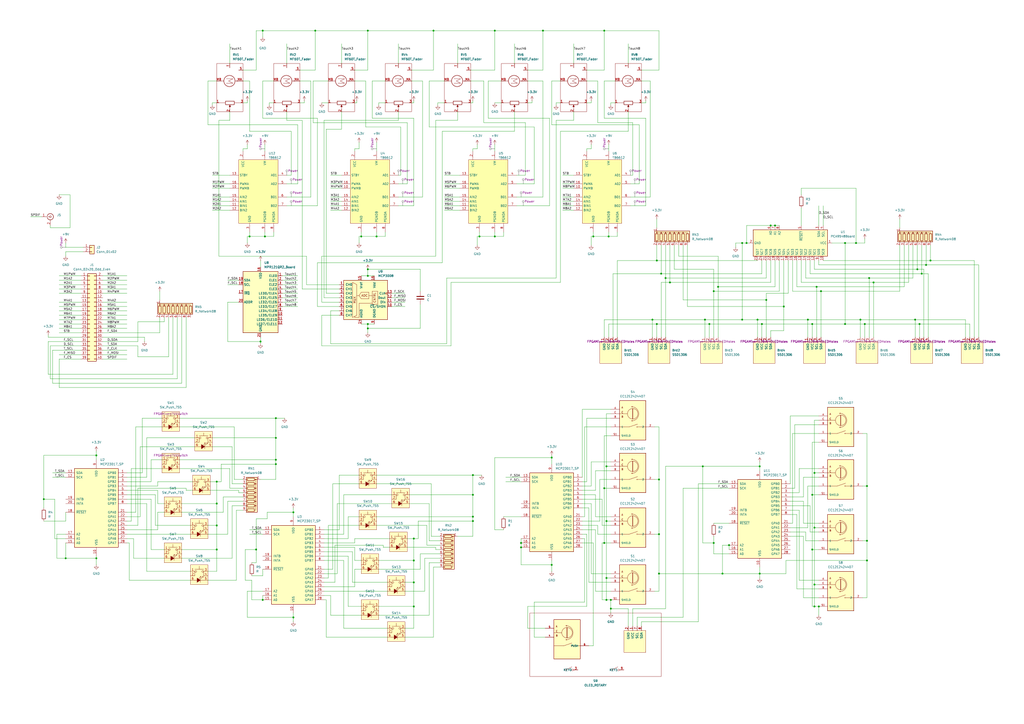
<source format=kicad_sch>
(kicad_sch (version 20250114) (generator "eeschema") (generator_version "9.0")
  (paper "A2")
  (junction (at 441.96 187.96))
  (junction (at 55.88 264.16))
  (junction (at 473.71 166.37))
  (junction (at 240.03 337.82))
  (junction (at 468.63 185.42))
  (junction (at 490.22 187.96))
  (junction (at 382.27 332.74))
  (junction (at 472.44 306.07))
  (junction (at 125.73 304.8))
  (junction (at 472.44 274.32))
  (junction (at 496.57 140.97))
  (junction (at 388.62 163.83))
  (junction (at 209.55 137.16))
  (junction (at 351.79 270.51))
  (junction (at 213.36 190.5))
  (junction (at 213.36 187.96))
  (junction (at 213.36 17.78))
  (junction (at 383.54 158.75))
  (junction (at 471.17 187.96))
  (junction (at 302.26 317.5))
  (junction (at 353.06 137.16))
  (junction (at 182.88 17.78))
  (junction (at 213.36 156.21))
  (junction (at 240.03 312.42))
  (junction (at 381 187.96))
  (junction (at 278.13 137.16))
  (junction (at 533.4 187.96))
  (junction (at 378.46 185.42))
  (junction (at 382.27 278.13))
  (junction (at 408.94 185.42))
  (junction (at 502.92 313.69))
  (junction (at 381 151.13))
  (junction (at 411.48 187.96))
  (junction (at 537.21 153.67))
  (junction (at 125.73 292.1))
  (junction (at 382.27 309.88))
  (junction (at 218.44 137.16))
  (junction (at 152.4 17.78))
  (junction (at 125.73 279.4))
  (junction (at 471.17 318.77))
  (junction (at 501.65 187.96))
  (junction (at 422.91 316.23))
  (junction (at 472.44 339.09))
  (junction (at 447.04 130.81))
  (junction (at 350.52 17.78))
  (junction (at 125.73 318.77))
  (junction (at 430.53 140.97))
  (junction (at 160.02 269.24))
  (junction (at 416.56 166.37))
  (junction (at 344.17 137.16))
  (junction (at 502.92 325.12))
  (junction (at 433.07 140.97))
  (junction (at 274.32 287.02))
  (junction (at 350.52 283.21))
  (junction (at 38.1 323.85))
  (junction (at 474.98 351.79))
  (junction (at 351.79 347.98))
  (junction (at 274.32 302.26))
  (junction (at 153.67 137.16))
  (junction (at 170.18 358.14))
  (junction (at 440.69 332.74))
  (junction (at 144.78 137.16))
  (junction (at 25.4 289.56))
  (junction (at 430.53 185.42))
  (junction (at 351.79 302.26))
  (junction (at 504.19 161.29))
  (junction (at 170.18 297.18))
  (junction (at 274.32 275.59))
  (junction (at 472.44 351.79))
  (junction (at 407.67 270.51))
  (junction (at 160.02 266.7))
  (junction (at 350.52 314.96))
  (junction (at 152.4 347.98))
  (junction (at 354.33 353.06))
  (junction (at 302.26 314.96))
  (junction (at 499.11 185.42))
  (junction (at 314.96 17.78))
  (junction (at 320.04 327.66))
  (junction (at 454.66 177.8))
  (junction (at 240.03 351.79))
  (junction (at 490.22 140.97))
  (junction (at 240.03 325.12))
  (junction (at 55.88 323.85))
  (junction (at 534.67 158.75))
  (junction (at 539.75 151.13))
  (junction (at 320.04 265.43))
  (junction (at 274.32 299.72))
  (junction (at 419.1 332.74))
  (junction (at 449.58 130.81))
  (junction (at 151.13 198.12))
  (junction (at 354.33 347.98))
  (junction (at 386.08 161.29))
  (junction (at 414.02 168.91))
  (junction (at 414.02 314.96))
  (junction (at 440.69 270.51))
  (junction (at 532.13 156.21))
  (junction (at 476.25 168.91))
  (junction (at 506.73 163.83))
  (junction (at 502.92 281.94))
  (junction (at 213.36 160.02))
  (junction (at 530.86 185.42))
  (junction (at 148.59 318.77))
  (junction (at 439.42 185.42))
  (junction (at 351.79 335.28))
  (junction (at 251.46 17.78))
  (junction (at 444.5 173.99))
  (junction (at 287.02 137.16))
  (junction (at 287.02 17.78))
  (junction (at 160.02 242.57))
  (junction (at 160.02 254))
  (junction (at 471.17 287.02))
  (wire (pts (xy 148.59 318.77) (xy 148.59 326.39)))
  (wire (pts (xy 205.74 325.12) (xy 209.55 325.12)))
  (wire (pts (xy 191.77 356.87) (xy 209.55 356.87)))
  (wire (pts (xy 195.58 292.1) (xy 227.33 292.1)))
  (wire (pts (xy 383.54 142.24) (xy 383.54 158.75)))
  (wire (pts (xy 148.59 300.99) (xy 148.59 318.77)))
  (wire (pts (xy 521.97 142.24) (xy 521.97 168.91)))
  (wire (pts (xy 382.27 309.88) (xy 379.73 309.88)))
  (wire (pts (xy 466.09 290.83) (xy 466.09 303.53)))
  (wire (pts (xy 85.09 276.86) (xy 85.09 254)))
  (wire (pts (xy 287.02 59.69) (xy 290.83 59.69)))
  (wire (pts (xy 350.52 46.99) (xy 356.87 46.99)))
  (wire (pts (xy 242.57 302.26) (xy 274.32 302.26)))
  (wire (pts (xy 180.34 46.99) (xy 180.34 114.3)))
  (wire (pts (xy 38.1 323.85) (xy 55.88 323.85)))
  (wire (pts (xy 251.46 369.57) (xy 251.46 328.93)))
  (wire (pts (xy 77.47 312.42) (xy 77.47 323.85)))
  (wire (pts (xy 346.71 304.8) (xy 346.71 309.88)))
  (wire (pts (xy 143.51 83.82) (xy 143.51 86.36)))
  (wire (pts (xy 342.9 332.74) (xy 354.33 332.74)))
  (wire (pts (xy 444.5 173.99) (xy 444.5 195.58)))
  (wire (pts (xy 82.55 242.57) (xy 93.98 242.57)))
  (wire (pts (xy 252.73 148.59) (xy 186.69 148.59)))
  (wire (pts (xy 364.49 64.77) (xy 364.49 76.2)))
  (wire (pts (xy 257.81 121.92) (xy 266.7 121.92)))
  (wire (pts (xy 350.52 40.64) (xy 340.36 40.64)))
  (wire (pts (xy 205.74 86.36) (xy 208.28 86.36)))
  (wire (pts (xy 350.52 314.96) (xy 354.33 314.96)))
  (wire (pts (xy 182.88 17.78) (xy 213.36 17.78)))
  (wire (pts (xy 46.99 195.58) (xy 27.94 195.58)))
  (wire (pts (xy 143.51 137.16) (xy 143.51 140.97)))
  (wire (pts (xy 381 187.96) (xy 411.48 187.96)))
  (wire (pts (xy 411.48 187.96) (xy 411.48 195.58)))
  (wire (pts (xy 154.94 300.99) (xy 148.59 300.99)))
  (wire (pts (xy 320.04 265.43) (xy 320.04 269.24)))
  (wire (pts (xy 529.59 142.24) (xy 529.59 161.29)))
  (wire (pts (xy 181.61 71.12) (xy 181.61 46.99)))
  (wire (pts (xy 349.25 304.8) (xy 354.33 304.8)))
  (wire (pts (xy 213.36 187.96) (xy 217.17 187.96)))
  (wire (pts (xy 104.14 266.7) (xy 160.02 266.7)))
  (wire (pts (xy 466.09 303.53) (xy 474.98 303.53)))
  (wire (pts (xy 82.55 274.32) (xy 82.55 242.57)))
  (wire (pts (xy 374.65 119.38) (xy 374.65 68.58)))
  (wire (pts (xy 314.96 17.78) (xy 350.52 17.78)))
  (wire (pts (xy 306.07 46.99) (xy 314.96 46.99)))
  (wire (pts (xy 40.64 113.03) (xy 40.64 132.08)))
  (wire (pts (xy 455.93 332.74) (xy 440.69 332.74)))
  (wire (pts (xy 532.13 142.24) (xy 532.13 156.21)))
  (wire (pts (xy 38.1 309.88) (xy 33.02 309.88)))
  (wire (pts (xy 458.47 308.61) (xy 467.36 308.61)))
  (wire (pts (xy 379.73 247.65) (xy 382.27 247.65)))
  (wire (pts (xy 447.04 191.77) (xy 447.04 195.58)))
  (wire (pts (xy 205.74 340.36) (xy 205.74 330.2)))
  (wire (pts (xy 367.03 71.12) (xy 346.71 71.12)))
  (wire (pts (xy 287.02 40.64) (xy 273.05 40.64)))
  (wire (pts (xy 163.83 165.1) (xy 172.72 165.1)))
  (wire (pts (xy 186.69 182.88) (xy 196.85 182.88)))
  (wire (pts (xy 213.36 160.02) (xy 213.36 156.21)))
  (wire (pts (xy 59.69 162.56) (xy 73.66 162.56)))
  (wire (pts (xy 257.81 101.6) (xy 266.7 101.6)))
  (wire (pts (xy 132.08 175.26) (xy 132.08 198.12)))
  (wire (pts (xy 477.52 151.13) (xy 539.75 151.13)))
  (wire (pts (xy 177.8 165.1) (xy 196.85 165.1)))
  (wire (pts (xy 30.48 276.86) (xy 38.1 276.86)))
  (wire (pts (xy 199.39 309.88) (xy 199.39 287.02)))
  (wire (pts (xy 128.27 279.4) (xy 128.27 269.24)))
  (wire (pts (xy 351.79 335.28) (xy 351.79 347.98)))
  (wire (pts (xy 170.18 358.14) (xy 170.18 360.68)))
  (wire (pts (xy 250.19 311.15) (xy 255.27 311.15)))
  (wire (pts (xy 365.76 119.38) (xy 374.65 119.38)))
  (wire (pts (xy 231.14 64.77) (xy 231.14 69.85)))
  (wire (pts (xy 351.79 335.28) (xy 351.79 302.26)))
  (wire (pts (xy 135.89 247.65) (xy 135.89 278.13)))
  (wire (pts (xy 152.4 17.78) (xy 182.88 17.78)))
  (wire (pts (xy 144.78 134.62) (xy 144.78 137.16)))
  (wire (pts (xy 354.33 60.96) (xy 354.33 59.69)))
  (wire (pts (xy 369.57 358.14) (xy 369.57 363.22)))
  (wire (pts (xy 274.32 302.26) (xy 274.32 311.15)))
  (wire (pts (xy 97.79 207.01) (xy 97.79 184.15)))
  (wire (pts (xy 326.39 114.3) (xy 332.74 114.3)))
  (wire (pts (xy 173.99 59.69) (xy 176.53 59.69)))
  (wire (pts (xy 463.55 295.91) (xy 463.55 336.55)))
  (wire (pts (xy 441.96 187.96) (xy 471.17 187.96)))
  (wire (pts (xy 382.27 40.64) (xy 382.27 17.78)))
  (wire (pts (xy 355.6 158.75) (xy 355.6 195.58)))
  (wire (pts (xy 125.73 292.1) (xy 125.73 304.8)))
  (wire (pts (xy 80.01 304.8) (xy 80.01 283.21)))
  (wire (pts (xy 416.56 148.59) (xy 416.56 166.37)))
  (wire (pts (xy 342.9 137.16) (xy 342.9 142.24)))
  (wire (pts (xy 107.95 224.79) (xy 107.95 184.15)))
  (wire (pts (xy 500.38 281.94) (xy 502.92 281.94)))
  (wire (pts (xy 234.95 364.49) (xy 240.03 364.49)))
  (wire (pts (xy 382.27 247.65) (xy 382.27 278.13)))
  (wire (pts (xy 134.62 259.08) (xy 134.62 280.67)))
  (wire (pts (xy 31.75 289.56) (xy 25.4 289.56)))
  (wire (pts (xy 123.19 116.84) (xy 133.35 116.84)))
  (wire (pts (xy 337.82 284.48) (xy 345.44 284.48)))
  (wire (pts (xy 29.21 200.66) (xy 29.21 219.71)))
  (wire (pts (xy 135.89 278.13) (xy 140.97 278.13)))
  (wire (pts (xy 358.14 151.13) (xy 358.14 195.58)))
  (wire (pts (xy 320.04 72.39) (xy 320.04 46.99)))
  (wire (pts (xy 458.47 306.07) (xy 468.63 306.07)))
  (wire (pts (xy 218.44 280.67) (xy 250.19 280.67)))
  (wire (pts (xy 396.24 142.24) (xy 396.24 173.99)))
  (wire (pts (xy 127 148.59) (xy 177.8 148.59)))
  (wire (pts (xy 337.82 299.72) (xy 339.09 299.72)))
  (wire (pts (xy 337.82 287.02) (xy 345.44 287.02)))
  (wire (pts (xy 502.92 313.69) (xy 500.38 313.69)))
  (wire (pts (xy 213.36 187.96) (xy 213.36 190.5)))
  (wire (pts (xy 386.08 161.29) (xy 386.08 195.58)))
  (wire (pts (xy 506.73 163.83) (xy 506.73 195.58)))
  (wire (pts (xy 25.4 289.56) (xy 25.4 264.16)))
  (wire (pts (xy 205.74 317.5) (xy 205.74 325.12)))
  (wire (pts (xy 426.72 143.51) (xy 426.72 140.97)))
  (wire (pts (xy 537.21 153.67) (xy 567.69 153.67)))
  (wire (pts (xy 246.38 342.9) (xy 246.38 323.85)))
  (wire (pts (xy 461.01 246.38) (xy 474.98 246.38)))
  (wire (pts (xy 187.96 320.04) (xy 204.47 320.04)))
  (wire (pts (xy 59.69 190.5) (xy 73.66 190.5)))
  (wire (pts (xy 466.09 276.86) (xy 474.98 276.86)))
  (wire (pts (xy 125.73 304.8) (xy 125.73 318.77)))
  (wire (pts (xy 172.72 72.39) (xy 120.65 72.39)))
  (wire (pts (xy 198.12 74.93) (xy 189.23 74.93)))
  (wire (pts (xy 340.36 242.57) (xy 354.33 242.57)))
  (wire (pts (xy 151.13 151.13) (xy 151.13 154.94)))
  (wire (pts (xy 476.25 168.91) (xy 476.25 195.58)))
  (wire (pts (xy 344.17 134.62) (xy 344.17 137.16)))
  (wire (pts (xy 148.59 326.39) (xy 146.05 326.39)))
  (wire (pts (xy 378.46 185.42) (xy 408.94 185.42)))
  (wire (pts (xy 350.52 17.78) (xy 350.52 40.64)))
  (wire (pts (xy 449.58 151.13) (xy 449.58 166.37)))
  (wire (pts (xy 293.37 279.4) (xy 302.26 279.4)))
  (wire (pts (xy 55.88 264.16) (xy 55.88 266.7)))
  (wire (pts (xy 353.06 83.82) (xy 353.06 87.63)))
  (wire (pts (xy 351.79 240.03) (xy 351.79 270.51)))
  (wire (pts (xy 274.32 311.15) (xy 265.43 311.15)))
  (wire (pts (xy 314.96 40.64) (xy 314.96 17.78)))
  (wire (pts (xy 326.39 109.22) (xy 332.74 109.22)))
  (wire (pts (xy 140.97 87.63) (xy 140.97 86.36)))
  (wire (pts (xy 123.19 259.08) (xy 134.62 259.08)))
  (wire (pts (xy 29.21 132.08) (xy 29.21 130.81)))
  (wire (pts (xy 163.83 177.8) (xy 172.72 177.8)))
  (wire (pts (xy 248.92 292.1) (xy 248.92 313.69)))
  (wire (pts (xy 107.95 284.48) (xy 111.76 284.48)))
  (wire (pts (xy 80.01 200.66) (xy 80.01 207.01)))
  (wire (pts (xy 127 69.85) (xy 127 148.59)))
  (wire (pts (xy 73.66 297.18) (xy 78.74 297.18)))
  (wire (pts (xy 471.17 287.02) (xy 471.17 256.54)))
  (wire (pts (xy 205.74 87.63) (xy 205.74 86.36)))
  (wire (pts (xy 501.65 140.97) (xy 501.65 138.43)))
  (wire (pts (xy 186.69 175.26) (xy 196.85 175.26)))
  (wire (pts (xy 459.74 168.91) (xy 476.25 168.91)))
  (wire (pts (xy 144.78 137.16) (xy 153.67 137.16)))
  (wire (pts (xy 205.74 59.69) (xy 207.01 59.69)))
  (wire (pts (xy 193.04 280.67) (xy 208.28 280.67)))
  (wire (pts (xy 367.03 353.06) (xy 367.03 363.22)))
  (wire (pts (xy 187.96 345.44) (xy 191.77 345.44)))
  (wire (pts (xy 458.47 280.67) (xy 458.47 241.3)))
  (wire (pts (xy 283.21 68.58) (xy 283.21 46.99)))
  (wire (pts (xy 340.36 87.63) (xy 340.36 86.36)))
  (wire (pts (xy 59.69 180.34) (xy 73.66 180.34)))
  (wire (pts (xy 370.84 106.68) (xy 370.84 72.39)))
  (wire (pts (xy 353.06 195.58) (xy 353.06 187.96)))
  (wire (pts (xy 73.66 279.4) (xy 87.63 279.4)))
  (wire (pts (xy 458.47 311.15) (xy 466.09 311.15)))
  (wire (pts (xy 452.12 151.13) (xy 452.12 168.91)))
  (wire (pts (xy 325.12 76.2) (xy 325.12 163.83)))
  (wire (pts (xy 504.19 161.29) (xy 504.19 195.58)))
  (wire (pts (xy 379.73 278.13) (xy 382.27 278.13)))
  (wire (pts (xy 414.02 314.96) (xy 407.67 314.96)))
  (wire (pts (xy 33.02 323.85) (xy 38.1 323.85)))
  (wire (pts (xy 205.74 330.2) (xy 209.55 330.2)))
  (wire (pts (xy 248.92 326.39) (xy 255.27 326.39)))
  (wire (pts (xy 342.9 292.1) (xy 342.9 332.74)))
  (wire (pts (xy 354.33 302.26) (xy 351.79 302.26)))
  (wire (pts (xy 78.74 247.65) (xy 93.98 247.65)))
  (wire (pts (xy 287.02 134.62) (xy 287.02 137.16)))
  (wire (pts (xy 381 142.24) (xy 381 151.13)))
  (wire (pts (xy 454.66 151.13) (xy 454.66 177.8)))
  (wire (pts (xy 243.84 330.2) (xy 243.84 321.31)))
  (wire (pts (xy 396.24 173.99) (xy 444.5 173.99)))
  (wire (pts (xy 346.71 309.88) (xy 354.33 309.88)))
  (wire (pts (xy 137.16 295.91) (xy 140.97 295.91)))
  (wire (pts (xy 213.36 160.02) (xy 217.17 160.02)))
  (wire (pts (xy 38.1 302.26) (xy 25.4 302.26)))
  (wire (pts (xy 30.48 274.32) (xy 38.1 274.32)))
  (wire (pts (xy 337.82 307.34) (xy 345.44 307.34)))
  (wire (pts (xy 414.02 314.96) (xy 414.02 311.15)))
  (wire (pts (xy 27.94 217.17) (xy 100.33 217.17)))
  (wire (pts (xy 309.88 73.66) (xy 248.92 73.66)))
  (wire (pts (xy 337.82 309.88) (xy 340.36 309.88)))
  (wire (pts (xy 342.9 83.82) (xy 342.9 86.36)))
  (wire (pts (xy 337.82 302.26) (xy 347.98 302.26)))
  (wire (pts (xy 104.14 271.78) (xy 133.35 271.78)))
  (wire (pts (xy 212.09 73.66) (xy 212.09 46.99)))
  (wire (pts (xy 477.52 119.38) (xy 477.52 130.81)))
  (wire (pts (xy 143.51 59.69) (xy 143.51 58.42)))
  (wire (pts (xy 77.47 323.85) (xy 95.25 323.85)))
  (wire (pts (xy 440.69 267.97) (xy 440.69 270.51)))
  (wire (pts (xy 90.17 304.8) (xy 110.49 304.8)))
  (wire (pts (xy 90.17 287.02) (xy 90.17 304.8)))
  (wire (pts (xy 205.74 312.42) (xy 226.06 312.42)))
  (wire (pts (xy 354.33 353.06) (xy 354.33 355.6)))
  (wire (pts (xy 208.28 82.55) (xy 208.28 86.36)))
  (wire (pts (xy 189.23 369.57) (xy 224.79 369.57)))
  (wire (pts (xy 120.65 336.55) (xy 137.16 336.55)))
  (wire (pts (xy 422.91 321.31) (xy 414.02 321.31)))
  (wire (pts (xy 152.4 334.01) (xy 146.05 334.01)))
  (wire (pts (xy 534.67 142.24) (xy 534.67 158.75)))
  (wire (pts (xy 148.59 17.78) (xy 152.4 17.78)))
  (wire (pts (xy 322.58 69.85) (xy 322.58 161.29)))
  (wire (pts (xy 474.98 339.09) (xy 472.44 339.09)))
  (wire (pts (xy 538.48 195.58) (xy 538.48 158.75)))
  (wire (pts (xy 168.91 101.6) (xy 168.91 76.2)))
  (wire (pts (xy 314.96 17.78) (xy 287.02 17.78)))
  (wire (pts (xy 326.39 119.38) (xy 332.74 119.38)))
  (wire (pts (xy 234.95 342.9) (xy 246.38 342.9)))
  (wire (pts (xy 354.33 59.69) (xy 356.87 59.69)))
  (wire (pts (xy 341.63 294.64) (xy 341.63 337.82)))
  (wire (pts (xy 231.14 106.68) (xy 236.22 106.68)))
  (wire (pts (xy 144.78 307.34) (xy 152.4 307.34)))
  (wire (pts (xy 337.82 276.86) (xy 337.82 237.49)))
  (wire (pts (xy 175.26 167.64) (xy 196.85 167.64)))
  (wire (pts (xy 17.78 125.73) (xy 24.13 125.73)))
  (wire (pts (xy 466.09 311.15) (xy 466.09 346.71)))
  (wire (pts (xy 370.84 72.39) (xy 320.04 72.39)))
  (wire (pts (xy 468.63 185.42) (xy 499.11 185.42)))
  (wire (pts (xy 27.94 198.12) (xy 46.99 198.12)))
  (wire (pts (xy 349.25 347.98) (xy 349.25 314.96)))
  (wire (pts (xy 78.74 297.18) (xy 78.74 247.65)))
  (wire (pts (xy 242.57 312.42) (xy 242.57 302.26)))
  (wire (pts (xy 191.77 116.84) (xy 198.12 116.84)))
  (wire (pts (xy 189.23 347.98) (xy 189.23 369.57)))
  (wire (pts (xy 372.11 59.69) (xy 374.65 59.69)))
  (wire (pts (xy 408.94 185.42) (xy 430.53 185.42)))
  (wire (pts (xy 73.66 292.1) (xy 85.09 292.1)))
  (wire (pts (xy 73.66 289.56) (xy 87.63 289.56)))
  (wire (pts (xy 560.07 185.42) (xy 560.07 195.58)))
  (wire (pts (xy 246.38 323.85) (xy 255.27 323.85)))
  (wire (pts (xy 372.11 40.64) (xy 382.27 40.64)))
  (wire (pts (xy 73.66 281.94) (xy 91.44 281.94)))
  (wire (pts (xy 248.92 73.66) (xy 248.92 46.99)))
  (wire (pts (xy 393.7 142.24) (xy 393.7 148.59)))
  (wire (pts (xy 236.22 317.5) (xy 252.73 317.5)))
  (wire (pts (xy 222.25 317.5) (xy 226.06 317.5)))
  (wire (pts (xy 322.58 60.96) (xy 322.58 59.69)))
  (wire (pts (xy 521.97 168.91) (xy 476.25 168.91)))
  (wire (pts (xy 123.19 106.68) (xy 133.35 106.68)))
  (wire (pts (xy 142.24 336.55) (xy 142.24 318.77)))
  (wire (pts (xy 240.03 337.82) (xy 240.03 351.79)))
  (wire (pts (xy 274.32 87.63) (xy 274.32 86.36)))
  (wire (pts (xy 318.77 119.38) (xy 318.77 68.58)))
  (wire (pts (xy 386.08 353.06) (xy 367.03 353.06)))
  (wire (pts (xy 104.14 247.65) (xy 135.89 247.65)))
  (wire (pts (xy 383.54 163.83) (xy 388.62 163.83)))
  (wire (pts (xy 134.62 293.37) (xy 140.97 293.37)))
  (wire (pts (xy 248.92 313.69) (xy 255.27 313.69)))
  (wire (pts (xy 201.93 322.58) (xy 201.93 351.79)))
  (wire (pts (xy 34.29 160.02) (xy 46.99 160.02)))
  (wire (pts (xy 74.93 336.55) (xy 110.49 336.55)))
  (wire (pts (xy 219.71 330.2) (xy 243.84 330.2)))
  (wire (pts (xy 386.08 142.24) (xy 386.08 161.29)))
  (wire (pts (xy 302.26 317.5) (xy 302.26 327.66)))
  (wire (pts (xy 196.85 275.59) (xy 208.28 275.59)))
  (wire (pts (xy 251.46 17.78) (xy 213.36 17.78)))
  (wire (pts (xy 91.44 292.1) (xy 95.25 292.1)))
  (wire (pts (xy 187.96 307.34) (xy 196.85 307.34)))
  (wire (pts (xy 458.47 290.83) (xy 466.09 290.83)))
  (wire (pts (xy 191.77 114.3) (xy 198.12 114.3)))
  (wire (pts (xy 391.16 156.21) (xy 414.02 156.21)))
  (wire (pts (xy 140.97 46.99) (xy 144.78 46.99)))
  (wire (pts (xy 191.77 199.39) (xy 191.77 180.34)))
  (wire (pts (xy 215.9 68.58) (xy 215.9 46.99)))
  (wire (pts (xy 339.09 312.42) (xy 339.09 349.25)))
  (wire (pts (xy 76.2 302.26) (xy 76.2 271.78)))
  (wire (pts (xy 458.47 285.75) (xy 463.55 285.75)))
  (wire (pts (xy 181.61 46.99) (xy 190.5 46.99)))
  (wire (pts (xy 469.9 158.75) (xy 469.9 151.13)))
  (wire (pts (xy 382.27 342.9) (xy 379.73 342.9)))
  (wire (pts (xy 458.47 298.45) (xy 462.28 298.45)))
  (wire (pts (xy 396.24 283.21) (xy 422.91 283.21)))
  (wire (pts (xy 125.73 279.4) (xy 128.27 279.4)))
  (wire (pts (xy 34.29 224.79) (xy 107.95 224.79)))
  (wire (pts (xy 405.13 280.67) (xy 422.91 280.67)))
  (wire (pts (xy 496.57 109.22) (xy 496.57 140.97)))
  (wire (pts (xy 320.04 327.66) (xy 320.04 331.47)))
  (wire (pts (xy 201.93 299.72) (xy 208.28 299.72)))
  (wire (pts (xy 325.12 163.83) (xy 261.62 163.83)))
  (wire (pts (xy 440.69 328.93) (xy 440.69 332.74)))
  (wire (pts (xy 137.16 336.55) (xy 137.16 295.91)))
  (wire (pts (xy 340.36 46.99) (xy 346.71 46.99)))
  (wire (pts (xy 123.19 60.96) (xy 123.19 59.69)))
  (wire (pts (xy 38.1 314.96) (xy 38.1 323.85)))
  (wire (pts (xy 236.22 312.42) (xy 240.03 312.42)))
  (wire (pts (xy 201.93 312.42) (xy 201.93 299.72)))
  (wire (pts (xy 292.1 299.72) (xy 302.26 299.72)))
  (wire (pts (xy 170.18 297.18) (xy 170.18 299.72)))
  (wire (pts (xy 388.62 163.83) (xy 447.04 163.83)))
  (wire (pts (xy 464.82 163.83) (xy 506.73 163.83)))
  (wire (pts (xy 34.29 208.28) (xy 34.29 224.79)))
  (wire (pts (xy 34.29 182.88) (xy 46.99 182.88)))
  (wire (pts (xy 85.09 254) (xy 113.03 254)))
  (wire (pts (xy 247.65 304.8) (xy 247.65 316.23)))
  (wire (pts (xy 533.4 187.96) (xy 562.61 187.96)))
  (wire (pts (xy 535.94 156.21) (xy 535.94 195.58)))
  (wire (pts (xy 458.47 295.91) (xy 463.55 295.91)))
  (wire (pts (xy 529.59 161.29) (xy 504.19 161.29)))
  (wire (pts (xy 299.72 101.6) (xy 304.8 101.6)))
  (wire (pts (xy 55.88 322.58) (xy 55.88 323.85)))
  (wire (pts (xy 123.19 109.22) (xy 133.35 109.22)))
  (wire (pts (xy 104.14 242.57) (xy 160.02 242.57)))
  (wire (pts (xy 133.35 69.85) (xy 133.35 64.77)))
  (wire (pts (xy 411.48 187.96) (xy 441.96 187.96)))
  (wire (pts (xy 386.08 270.51) (xy 386.08 353.06)))
  (wire (pts (xy 227.33 177.8) (xy 234.95 177.8)))
  (wire (pts (xy 38.1 148.59) (xy 38.1 146.05)))
  (wire (pts (xy 209.55 187.96) (xy 213.36 187.96)))
  (wire (pts (xy 326.39 116.84) (xy 332.74 116.84)))
  (wire (pts (xy 469.9 293.37) (xy 469.9 308.61)))
  (wire (pts (xy 156.21 59.69) (xy 158.75 59.69)))
  (wire (pts (xy 73.66 302.26) (xy 76.2 302.26)))
  (wire (pts (xy 372.11 46.99) (xy 377.19 46.99)))
  (wire (pts (xy 223.52 134.62) (xy 223.52 137.16)))
  (wire (pts (xy 80.01 283.21) (xy 107.95 283.21)))
  (wire (pts (xy 166.37 64.77) (xy 166.37 69.85)))
  (wire (pts (xy 201.93 351.79) (xy 209.55 351.79)))
  (wire (pts (xy 259.08 199.39) (xy 191.77 199.39)))
  (wire (pts (xy 144.78 76.2) (xy 144.78 46.99)))
  (wire (pts (xy 407.67 270.51) (xy 440.69 270.51)))
  (wire (pts (xy 146.05 336.55) (xy 142.24 336.55)))
  (wire (pts (xy 163.83 170.18) (xy 172.72 170.18)))
  (wire (pts (xy 530.86 185.42) (xy 560.07 185.42)))
  (wire (pts (xy 166.37 119.38) (xy 184.15 119.38)))
  (wire (pts (xy 302.26 327.66) (xy 320.04 327.66)))
  (wire (pts (xy 350.52 252.73) (xy 354.33 252.73)))
  (wire (pts (xy 474.98 151.13) (xy 474.98 153.67)))
  (wire (pts (xy 125.73 331.47) (xy 125.73 318.77)))
  (wire (pts (xy 471.17 256.54) (xy 474.98 256.54)))
  (wire (pts (xy 34.29 185.42) (xy 46.99 185.42)))
  (wire (pts (xy 340.36 59.69) (xy 342.9 59.69)))
  (wire (pts (xy 129.54 288.29) (xy 140.97 288.29)))
  (wire (pts (xy 472.44 339.09) (xy 472.44 306.07)))
  (wire (pts (xy 59.69 193.04) (xy 92.71 193.04)))
  (wire (pts (xy 218.44 275.59) (xy 274.32 275.59)))
  (wire (pts (xy 240.03 337.82) (xy 234.95 337.82)))
  (wire (pts (xy 344.17 137.16) (xy 353.06 137.16)))
  (wire (pts (xy 125.73 304.8) (xy 120.65 304.8)))
  (wire (pts (xy 252.73 317.5) (xy 252.73 318.77)))
  (wire (pts (xy 471.17 318.77) (xy 474.98 318.77)))
  (wire (pts (xy 153.67 134.62) (xy 153.67 137.16)))
  (wire (pts (xy 458.47 293.37) (xy 469.9 293.37)))
  (wire (pts (xy 364.49 25.4) (xy 364.49 36.83)))
  (wire (pts (xy 353.06 137.16) (xy 358.14 137.16)))
  (wire (pts (xy 326.39 106.68) (xy 332.74 106.68)))
  (wire (pts (xy 207.01 59.69) (xy 207.01 58.42)))
  (wire (pts (xy 468.63 306.07) (xy 468.63 281.94)))
  (wire (pts (xy 405.13 360.68) (xy 405.13 280.67)))
  (wire (pts (xy 538.48 158.75) (xy 534.67 158.75)))
  (wire (pts (xy 219.71 325.12) (xy 240.03 325.12)))
  (wire (pts (xy 34.29 175.26) (xy 46.99 175.26)))
  (wire (pts (xy 298.45 25.4) (xy 298.45 36.83)))
  (wire (pts (xy 73.66 274.32) (xy 82.55 274.32)))
  (wire (pts (xy 474.98 351.79) (xy 474.98 356.87)))
  (wire (pts (xy 273.05 59.69) (xy 274.32 59.69)))
  (wire (pts (xy 59.69 205.74) (xy 73.66 205.74)))
  (wire (pts (xy 441.96 158.75) (xy 383.54 158.75)))
  (wire (pts (xy 219.71 356.87) (xy 248.92 356.87)))
  (wire (pts (xy 292.1 307.34) (xy 287.02 307.34)))
  (wire (pts (xy 191.77 109.22) (xy 198.12 109.22)))
  (wire (pts (xy 458.47 283.21) (xy 461.01 283.21)))
  (wire (pts (xy 449.58 130.81) (xy 452.12 130.81)))
  (wire (pts (xy 187.96 69.85) (xy 187.96 172.72)))
  (wire (pts (xy 199.39 287.02) (xy 227.33 287.02)))
  (wire (pts (xy 100.33 217.17) (xy 100.33 184.15)))
  (wire (pts (xy 539.75 142.24) (xy 539.75 151.13)))
  (wire (pts (xy 153.67 137.16) (xy 158.75 137.16)))
  (wire (pts (xy 166.37 114.3) (xy 180.34 114.3)))
  (wire (pts (xy 358.14 134.62) (xy 358.14 137.16)))
  (wire (pts (xy 59.69 182.88) (xy 73.66 182.88)))
  (wire (pts (xy 87.63 318.77) (xy 95.25 318.77)))
  (wire (pts (xy 218.44 134.62) (xy 218.44 137.16)))
  (wire (pts (xy 454.66 191.77) (xy 447.04 191.77)))
  (wire (pts (xy 393.7 148.59) (xy 416.56 148.59)))
  (wire (pts (xy 472.44 151.13) (xy 472.44 156.21)))
  (wire (pts (xy 132.08 175.26) (xy 138.43 175.26)))
  (wire (pts (xy 354.33 240.03) (xy 351.79 240.03)))
  (wire (pts (xy 501.65 187.96) (xy 501.65 195.58)))
  (wire (pts (xy 274.32 59.69) (xy 274.32 58.42)))
  (wire (pts (xy 73.66 307.34) (xy 91.44 307.34)))
  (wire (pts (xy 184.15 119.38) (xy 184.15 68.58)))
  (wire (pts (xy 320.04 46.99) (xy 325.12 46.99)))
  (wire (pts (xy 502.92 346.71) (xy 500.38 346.71)))
  (wire (pts (xy 339.09 299.72) (xy 339.09 247.65)))
  (wire (pts (xy 243.84 190.5) (xy 243.84 176.53)))
  (wire (pts (xy 455.93 325.12) (xy 455.93 332.74)))
  (wire (pts (xy 496.57 140.97) (xy 501.65 140.97)))
  (wire (pts (xy 191.77 119.38) (xy 198.12 119.38)))
  (wire (pts (xy 34.29 170.18) (xy 46.99 170.18)))
  (wire (pts (xy 464.82 151.13) (xy 464.82 163.83)))
  (wire (pts (xy 123.19 59.69) (xy 125.73 59.69)))
  (wire (pts (xy 234.95 369.57) (xy 251.46 369.57)))
  (wire (pts (xy 320.04 264.16) (xy 320.04 265.43)))
  (wire (pts (xy 151.13 198.12) (xy 151.13 199.39)))
  (wire (pts (xy 250.19 280.67) (xy 250.19 311.15)))
  (wire (pts (xy 163.83 162.56) (xy 172.72 162.56)))
  (wire (pts (xy 182.88 17.78) (xy 182.88 40.64)))
  (wire (pts (xy 83.82 195.58) (xy 59.69 195.58)))
  (wire (pts (xy 299.72 114.3) (xy 314.96 114.3)))
  (wire (pts (xy 74.93 314.96) (xy 74.93 336.55)))
  (wire (pts (xy 350.52 68.58) (xy 350.52 46.99)))
  (wire (pts (xy 532.13 156.21) (xy 535.94 156.21)))
  (wire (pts (xy 341.63 337.82) (xy 354.33 337.82)))
  (wire (pts (xy 414.02 321.31) (xy 414.02 314.96)))
  (wire (pts (xy 473.71 166.37) (xy 473.71 195.58)))
  (wire (pts (xy 462.28 341.63) (xy 474.98 341.63)))
  (wire (pts (xy 184.15 152.4) (xy 184.15 177.8)))
  (wire (pts (xy 153.67 83.82) (xy 153.67 87.63)))
  (wire (pts (xy 273.05 46.99) (xy 280.67 46.99)))
  (wire (pts (xy 458.47 288.29) (xy 466.09 288.29)))
  (wire (pts (xy 248.92 356.87) (xy 248.92 326.39)))
  (wire (pts (xy 298.45 64.77) (xy 298.45 76.2)))
  (wire (pts (xy 187.96 317.5) (xy 205.74 317.5)))
  (wire (pts (xy 419.1 316.23) (xy 419.1 332.74)))
  (wire (pts (xy 274.32 287.02) (xy 274.32 299.72)))
  (wire (pts (xy 407.67 314.96) (xy 407.67 270.51)))
  (wire (pts (xy 364.49 363.22) (xy 364.49 353.06)))
  (wire (pts (xy 177.8 148.59) (xy 177.8 165.1)))
  (wire (pts (xy 386.08 270.51) (xy 407.67 270.51)))
  (wire (pts (xy 132.08 165.1) (xy 138.43 165.1)))
  (wire (pts (xy 318.77 68.58) (xy 283.21 68.58)))
  (wire (pts (xy 59.69 167.64) (xy 73.66 167.64)))
  (wire (pts (xy 454.66 177.8) (xy 454.66 191.77)))
  (wire (pts (xy 433.07 140.97) (xy 434.34 140.97)))
  (wire (pts (xy 59.69 187.96) (xy 73.66 187.96)))
  (wire (pts (xy 466.09 346.71) (xy 474.98 346.71)))
  (wire (pts (xy 34.29 193.04) (xy 46.99 193.04)))
  (wire (pts (xy 381 127) (xy 381 132.08)))
  (wire (pts (xy 232.41 73.66) (xy 212.09 73.66)))
  (wire (pts (xy 346.71 71.12) (xy 346.71 46.99)))
  (wire (pts (xy 143.51 137.16) (xy 144.78 137.16)))
  (wire (pts (xy 152.4 347.98) (xy 146.05 347.98)))
  (wire (pts (xy 459.74 151.13) (xy 459.74 168.91)))
  (wire (pts (xy 59.69 165.1) (xy 73.66 165.1)))
  (wire (pts (xy 422.91 316.23) (xy 419.1 316.23)))
  (wire (pts (xy 92.71 168.91) (xy 92.71 173.99)))
  (wire (pts (xy 191.77 180.34) (xy 196.85 180.34)))
  (wire (pts (xy 347.98 302.26) (xy 347.98 278.13)))
  (wire (pts (xy 127 69.85) (xy 133.35 69.85)))
  (wire (pts (xy 252.73 318.77) (xy 255.27 318.77)))
  (wire (pts (xy 81.28 299.72) (xy 81.28 259.08)))
  (wire (pts (xy 377.19 114.3) (xy 377.19 46.99)))
  (wire (pts (xy 186.69 148.59) (xy 186.69 175.26)))
  (wire (pts (xy 218.44 304.8) (xy 247.65 304.8)))
  (wire (pts (xy 298.45 76.2) (xy 256.54 76.2)))
  (wire (pts (xy 408.94 185.42) (xy 408.94 195.58)))
  (wire (pts (xy 34.29 177.8) (xy 46.99 177.8)))
  (wire (pts (xy 227.33 172.72) (xy 234.95 172.72)))
  (wire (pts (xy 193.04 330.2) (xy 193.04 280.67)))
  (wire (pts (xy 132.08 162.56) (xy 138.43 162.56)))
  (wire (pts (xy 240.03 325.12) (xy 240.03 337.82)))
  (wire (pts (xy 205.74 314.96) (xy 205.74 312.42)))
  (wire (pts (xy 251.46 17.78) (xy 287.02 17.78)))
  (wire (pts (xy 261.62 200.66) (xy 186.69 200.66)))
  (wire (pts (xy 534.67 158.75) (xy 469.9 158.75)))
  (wire (pts (xy 265.43 25.4) (xy 265.43 36.83)))
  (wire (pts (xy 382.27 278.13) (xy 382.27 309.88)))
  (wire (pts (xy 530.86 185.42) (xy 530.86 195.58)))
  (wire (pts (xy 447.04 130.81) (xy 449.58 130.81)))
  (wire (pts (xy 240.03 364.49) (xy 240.03 351.79)))
  (wire (pts (xy 440.69 270.51) (xy 440.69 273.05)))
  (wire (pts (xy 344.17 314.96) (xy 337.82 314.96)))
  (wire (pts (xy 187.96 309.88) (xy 199.39 309.88)))
  (wire (pts (xy 240.03 351.79) (xy 219.71 351.79)))
  (wire (pts (xy 524.51 166.37) (xy 473.71 166.37)))
  (wire (pts (xy 372.11 360.68) (xy 405.13 360.68)))
  (wire (pts (xy 151.13 195.58) (xy 151.13 198.12)))
  (wire (pts (xy 274.32 86.36) (xy 276.86 86.36)))
  (wire (pts (xy 102.87 219.71) (xy 102.87 184.15)))
  (wire (pts (xy 133.35 25.4) (xy 133.35 36.83)))
  (wire (pts (xy 187.96 347.98) (xy 189.23 347.98)))
  (wire (pts (xy 187.96 322.58) (xy 201.93 322.58)))
  (wire (pts (xy 187.96 340.36) (xy 205.74 340.36)))
  (wire (pts (xy 537.21 142.24) (xy 537.21 153.67)))
  (wire (pts (xy 91.44 279.4) (xy 111.76 279.4)))
  (wire (pts (xy 73.66 287.02) (xy 90.17 287.02)))
  (wire (pts (xy 163.83 167.64) (xy 172.72 167.64)))
  (wire (pts (xy 337.82 237.49) (xy 354.33 237.49)))
  (wire (pts (xy 184.15 177.8) (xy 196.85 177.8)))
  (wire (pts (xy 80.01 186.69) (xy 95.25 186.69)))
  (wire (pts (xy 140.97 40.64) (xy 148.59 40.64)))
  (wire (pts (xy 160.02 254) (xy 160.02 266.7)))
  (wire (pts (xy 347.98 278.13) (xy 354.33 278.13)))
  (wire (pts (xy 463.55 285.75) (xy 463.55 271.78)))
  (wire (pts (xy 34.29 205.74) (xy 46.99 205.74)))
  (wire (pts (xy 350.52 185.42) (xy 378.46 185.42)))
  (wire (pts (xy 433.07 130.81) (xy 447.04 130.81)))
  (wire (pts (xy 416.56 166.37) (xy 416.56 195.58)))
  (wire (pts (xy 353.06 187.96) (xy 381 187.96)))
  (wire (pts (xy 81.28 259.08) (xy 113.03 259.08)))
  (wire (pts (xy 38.1 143.51) (xy 48.26 143.51)))
  (wire (pts (xy 187.96 330.2) (xy 193.04 330.2)))
  (wire (pts (xy 306.07 351.79) (xy 306.07 364.49)))
  (wire (pts (xy 85.09 292.1) (xy 85.09 331.47)))
  (wire (pts (xy 73.66 284.48) (xy 91.44 284.48)))
  (wire (pts (xy 76.2 271.78) (xy 93.98 271.78)))
  (wire (pts (xy 472.44 306.07) (xy 472.44 274.32)))
  (wire (pts (xy 332.74 64.77) (xy 332.74 69.85)))
  (wire (pts (xy 342.9 281.94) (xy 342.9 267.97)))
  (wire (pts (xy 287.02 17.78) (xy 287.02 40.64)))
  (wire (pts (xy 354.33 353.06) (xy 364.49 353.06)))
  (wire (pts (xy 187.96 337.82) (xy 194.31 337.82)))
  (wire (pts (xy 152.4 342.9) (xy 143.51 342.9)))
  (wire (pts (xy 156.21 60.96) (xy 156.21 59.69)))
  (wire (pts (xy 240.03 59.69) (xy 240.03 58.42)))
  (wire (pts (xy 345.44 273.05) (xy 354.33 273.05)))
  (wire (pts (xy 353.06 134.62) (xy 353.06 137.16)))
  (wire (pts (xy 257.81 116.84) (xy 266.7 116.84)))
  (wire (pts (xy 105.41 222.25) (xy 105.41 184.15)))
  (wire (pts (xy 231.14 119.38) (xy 240.03 119.38)))
  (wire (pts (xy 463.55 271.78) (xy 474.98 271.78)))
  (wire (pts (xy 59.69 200.66) (xy 80.01 200.66)))
  (wire (pts (xy 132.08 309.88) (xy 132.08 290.83)))
  (wire (pts (xy 191.77 101.6) (xy 198.12 101.6)))
  (wire (pts (xy 444.5 151.13) (xy 444.5 161.29)))
  (wire (pts (xy 245.11 114.3) (xy 245.11 46.99)))
  (wire (pts (xy 468.63 281.94) (xy 474.98 281.94)))
  (wire (pts (xy 38.1 312.42) (xy 31.75 312.42)))
  (wire (pts (xy 92.71 193.04) (xy 92.71 184.15)))
  (wire (pts (xy 232.41 101.6) (xy 232.41 73.66)))
  (wire (pts (xy 499.11 185.42) (xy 530.86 185.42)))
  (wire (pts (xy 265.43 64.77) (xy 265.43 69.85)))
  (wire (pts (xy 187.96 312.42) (xy 201.93 312.42)))
  (wire (pts (xy 257.81 114.3) (xy 266.7 114.3)))
  (wire (pts (xy 138.43 284.48) (xy 138.43 285.75)))
  (wire (pts (xy 73.66 304.8) (xy 80.01 304.8)))
  (wire (pts (xy 140.97 59.69) (xy 143.51 59.69)))
  (wire (pts (xy 176.53 59.69) (xy 176.53 58.42)))
  (wire (pts (xy 138.43 285.75) (xy 140.97 285.75)))
  (wire (pts (xy 259.08 161.29) (xy 259.08 199.39)))
  (wire (pts (xy 166.37 25.4) (xy 166.37 36.83)))
  (wire (pts (xy 462.28 166.37) (xy 473.71 166.37)))
  (wire (pts (xy 302.26 314.96) (xy 302.26 317.5)))
  (wire (pts (xy 187.96 332.74) (xy 195.58 332.74)))
  (wire (pts (xy 458.47 241.3) (xy 474.98 241.3)))
  (wire (pts (xy 419.1 332.74) (xy 440.69 332.74)))
  (wire (pts (xy 59.69 185.42) (xy 73.66 185.42)))
  (wire (pts (xy 457.2 170.18) (xy 444.5 170.18)))
  (wire (pts (xy 59.69 175.26) (xy 73.66 175.26)))
  (wire (pts (xy 304.8 71.12) (xy 280.67 71.12)))
  (wire (pts (xy 252.73 69.85) (xy 252.73 148.59)))
  (wire (pts (xy 87.63 266.7) (xy 93.98 266.7)))
  (wire (pts (xy 274.32 299.72) (xy 274.32 302.26)))
  (wire (pts (xy 462.28 151.13) (xy 462.28 166.37)))
  (wire (pts (xy 142.24 318.77) (xy 148.59 318.77)))
  (wire (pts (xy 187.96 325.12) (xy 199.39 325.12)))
  (wire (pts (xy 256.54 76.2) (xy 256.54 152.4)))
  (wire (pts (xy 309.88 106.68) (xy 309.88 73.66)))
  (wire (pts (xy 85.09 331.47) (xy 110.49 331.47)))
  (wire (pts (xy 238.76 40.64) (xy 251.46 40.64)))
  (wire (pts (xy 240.03 68.58) (xy 215.9 68.58)))
  (wire (pts (xy 562.61 187.96) (xy 562.61 195.58)))
  (wire (pts (xy 218.44 82.55) (xy 218.44 87.63)))
  (wire (pts (xy 502.92 313.69) (xy 502.92 325.12)))
  (wire (pts (xy 219.71 59.69) (xy 223.52 59.69)))
  (wire (pts (xy 123.19 119.38) (xy 133.35 119.38)))
  (wire (pts (xy 257.81 106.68) (xy 266.7 106.68)))
  (wire (pts (xy 125.73 279.4) (xy 125.73 292.1)))
  (wire (pts (xy 500.38 251.46) (xy 502.92 251.46)))
  (wire (pts (xy 388.62 142.24) (xy 388.62 163.83)))
  (wire (pts (xy 251.46 40.64) (xy 251.46 17.78)))
  (wire (pts (xy 237.49 292.1) (xy 248.92 292.1)))
  (wire (pts (xy 382.27 332.74) (xy 382.27 342.9)))
  (wire (pts (xy 191.77 106.68) (xy 198.12 106.68)))
  (wire (pts (xy 287.02 137.16) (xy 292.1 137.16)))
  (wire (pts (xy 482.6 140.97) (xy 490.22 140.97)))
  (wire (pts (xy 527.05 163.83) (xy 506.73 163.83)))
  (wire (pts (xy 527.05 142.24) (xy 527.05 163.83)))
  (wire (pts (xy 354.33 347.98) (xy 351.79 347.98)))
  (wire (pts (xy 59.69 160.02) (xy 73.66 160.02)))
  (wire (pts (xy 227.33 175.26) (xy 234.95 175.26)))
  (wire (pts (xy 120.65 46.99) (xy 125.73 46.99)))
  (wire (pts (xy 398.78 142.24) (xy 398.78 177.8)))
  (wire (pts (xy 293.37 276.86) (xy 302.26 276.86)))
  (wire (pts (xy 459.74 303.53) (xy 459.74 251.46)))
  (wire (pts (xy 462.28 298.45) (xy 462.28 341.63)))
  (wire (pts (xy 198.12 25.4) (xy 198.12 36.83)))
  (wire (pts (xy 306.07 59.69) (xy 308.61 59.69)))
  (wire (pts (xy 34.29 167.64) (xy 46.99 167.64)))
  (wire (pts (xy 299.72 106.68) (xy 309.88 106.68)))
  (wire (pts (xy 472.44 156.21) (xy 532.13 156.21)))
  (wire (pts (xy 189.23 170.18) (xy 196.85 170.18)))
  (wire (pts (xy 146.05 347.98) (xy 146.05 336.55)))
  (wire (pts (xy 163.83 172.72) (xy 172.72 172.72)))
  (wire (pts (xy 337.82 312.42) (xy 339.09 312.42)))
  (wire (pts (xy 87.63 279.4) (xy 87.63 266.7)))
  (wire (pts (xy 144.78 76.2) (xy 168.91 76.2)))
  (wire (pts (xy 209.55 137.16) (xy 218.44 137.16)))
  (wire (pts (xy 38.1 297.18) (xy 38.1 302.26)))
  (wire (pts (xy 433.07 140.97) (xy 433.07 130.81)))
  (wire (pts (xy 383.54 158.75) (xy 355.6 158.75)))
  (wire (pts (xy 471.17 287.02) (xy 474.98 287.02)))
  (wire (pts (xy 40.64 113.03) (xy 34.29 113.03)))
  (wire (pts (xy 163.83 160.02) (xy 172.72 160.02)))
  (wire (pts (xy 459.74 251.46) (xy 474.98 251.46)))
  (wire (pts (xy 80.01 198.12) (xy 80.01 186.69)))
  (wire (pts (xy 350.52 195.58) (xy 350.52 185.42)))
  (wire (pts (xy 190.5 335.28) (xy 190.5 304.8)))
  (wire (pts (xy 350.52 283.21) (xy 354.33 283.21)))
  (wire (pts (xy 251.46 328.93) (xy 255.27 328.93)))
  (wire (pts (xy 391.16 142.24) (xy 391.16 156.21)))
  (wire (pts (xy 170.18 297.18) (xy 154.94 297.18)))
  (wire (pts (xy 231.14 25.4) (xy 231.14 36.83)))
  (wire (pts (xy 199.39 364.49) (xy 224.79 364.49)))
  (wire (pts (xy 34.29 165.1) (xy 46.99 165.1)))
  (wire (pts (xy 34.29 208.28) (xy 46.99 208.28)))
  (wire (pts (xy 238.76 46.99) (xy 245.11 46.99)))
  (wire (pts (xy 170.18 355.6) (xy 170.18 358.14)))
  (wire (pts (xy 25.4 264.16) (xy 55.88 264.16)))
  (wire (pts (xy 172.72 106.68) (xy 172.72 72.39)))
  (wire (pts (xy 565.15 151.13) (xy 565.15 195.58)))
  (wire (pts (xy 351.79 347.98) (xy 349.25 347.98)))
  (wire (pts (xy 314.96 114.3) (xy 314.96 46.99)))
  (wire (pts (xy 430.53 185.42) (xy 439.42 185.42)))
  (wire (pts (xy 256.54 152.4) (xy 184.15 152.4)))
  (wire (pts (xy 474.98 243.84) (xy 472.44 243.84)))
  (wire (pts (xy 533.4 187.96) (xy 533.4 195.58)))
  (wire (pts (xy 474.98 153.67) (xy 537.21 153.67)))
  (wire (pts (xy 278.13 134.62) (xy 278.13 137.16)))
  (wire (pts (xy 160.02 242.57) (xy 165.1 242.57)))
  (wire (pts (xy 73.66 309.88) (xy 110.49 309.88)))
  (wire (pts (xy 133.35 283.21) (xy 140.97 283.21)))
  (wire (pts (xy 120.65 331.47) (xy 125.73 331.47)))
  (wire (pts (xy 175.26 69.85) (xy 175.26 167.64)))
  (wire (pts (xy 274.32 275.59) (xy 274.32 287.02)))
  (wire (pts (xy 166.37 101.6) (xy 168.91 101.6)))
  (wire (pts (xy 160.02 278.13) (xy 151.13 278.13)))
  (wire (pts (xy 199.39 325.12) (xy 199.39 364.49)))
  (wire (pts (xy 160.02 266.7) (xy 160.02 269.24)))
  (wire (pts (xy 191.77 345.44) (xy 191.77 356.87)))
  (wire (pts (xy 382.27 309.88) (xy 382.27 332.74)))
  (wire (pts (xy 396.24 283.21) (xy 396.24 358.14)))
  (wire (pts (xy 190.5 304.8) (xy 208.28 304.8)))
  (wire (pts (xy 342.9 137.16) (xy 344.17 137.16)))
  (wire (pts (xy 472.44 351.79) (xy 471.17 351.79)))
  (wire (pts (xy 461.01 283.21) (xy 461.01 246.38)))
  (wire (pts (xy 449.58 166.37) (xy 416.56 166.37)))
  (wire (pts (xy 29.21 219.71) (xy 102.87 219.71)))
  (wire (pts (xy 240.03 312.42) (xy 240.03 325.12)))
  (wire (pts (xy 344.17 314.96) (xy 344.17 374.65)))
  (wire (pts (xy 243.84 321.31) (xy 255.27 321.31)))
  (wire (pts (xy 204.47 337.82) (xy 224.79 337.82)))
  (wire (pts (xy 91.44 284.48) (xy 91.44 292.1)))
  (wire (pts (xy 152.4 17.78) (xy 152.4 21.59)))
  (wire (pts (xy 187.96 314.96) (xy 205.74 314.96)))
  (wire (pts (xy 490.22 140.97) (xy 496.57 140.97)))
  (wire (pts (xy 439.42 185.42) (xy 468.63 185.42)))
  (wire (pts (xy 40.64 132.08) (xy 29.21 132.08)))
  (wire (pts (xy 158.75 134.62) (xy 158.75 137.16)))
  (wire (pts (xy 430.53 140.97) (xy 433.07 140.97)))
  (wire (pts (xy 439.42 185.42) (xy 439.42 195.58)))
  (wire (pts (xy 309.88 349.25) (xy 309.88 369.57)))
  (wire (pts (xy 474.98 351.79) (xy 472.44 351.79)))
  (wire (pts (xy 231.14 114.3) (xy 245.11 114.3)))
  (wire (pts (xy 345.44 299.72) (xy 354.33 299.72)))
  (wire (pts (xy 365.76 114.3) (xy 377.19 114.3)))
  (wire (pts (xy 490.22 187.96) (xy 501.65 187.96)))
  (wire (pts (xy 152.4 46.99) (xy 158.75 46.99)))
  (wire (pts (xy 287.02 83.82) (xy 287.02 87.63)))
  (wire (pts (xy 472.44 339.09) (xy 472.44 351.79)))
  (wire (pts (xy 215.9 46.99) (xy 223.52 46.99)))
  (wire (pts (xy 539.75 151.13) (xy 565.15 151.13)))
  (wire (pts (xy 240.03 119.38) (xy 240.03 68.58)))
  (wire (pts (xy 374.65 68.58) (xy 350.52 68.58)))
  (wire (pts (xy 337.82 281.94) (xy 342.9 281.94)))
  (wire (pts (xy 80.01 207.01) (xy 97.79 207.01)))
  (wire (pts (xy 189.23 74.93) (xy 189.23 170.18)))
  (wire (pts (xy 337.82 304.8) (xy 346.71 304.8)))
  (wire (pts (xy 160.02 242.57) (xy 160.02 254)))
  (wire (pts (xy 236.22 71.12) (xy 181.61 71.12)))
  (wire (pts (xy 120.65 309.88) (xy 132.08 309.88)))
  (wire (pts (xy 287.02 265.43) (xy 320.04 265.43)))
  (wire (pts (xy 27.94 198.12) (xy 27.94 217.17)))
  (wire (pts (xy 345.44 284.48) (xy 345.44 273.05)))
  (wire (pts (xy 248.92 46.99) (xy 257.81 46.99)))
  (wire (pts (xy 204.47 320.04) (xy 204.47 337.82)))
  (wire (pts (xy 254 60.96) (xy 254 59.69)))
  (wire (pts (xy 196.85 307.34) (xy 196.85 275.59)))
  (wire (pts (xy 128.27 269.24) (xy 160.02 269.24)))
  (wire (pts (xy 365.76 101.6) (xy 367.03 101.6)))
  (wire (pts (xy 521.97 127) (xy 521.97 132.08)))
  (wire (pts (xy 132.08 290.83) (xy 140.97 290.83)))
  (wire (pts (xy 31.75 312.42) (xy 31.75 289.56)))
  (wire (pts (xy 30.48 203.2) (xy 46.99 203.2)))
  (wire (pts (xy 240.03 312.42) (xy 242.57 312.42)))
  (wire (pts (xy 320.04 325.12) (xy 320.04 327.66)))
  (wire (pts (xy 34.29 190.5) (xy 46.99 190.5)))
  (wire (pts (xy 238.76 59.69) (xy 240.03 59.69)))
  (wire (pts (xy 302.26 312.42) (xy 302.26 314.96)))
  (wire (pts (xy 34.29 187.96) (xy 46.99 187.96)))
  (wire (pts (xy 447.04 151.13) (xy 447.04 163.83)))
  (wire (pts (xy 474.98 306.07) (xy 472.44 306.07)))
  (wire (pts (xy 187.96 172.72) (xy 196.85 172.72)))
  (wire (pts (xy 205.74 46.99) (xy 212.09 46.99)))
  (wire (pts (xy 309.88 369.57) (xy 316.23 369.57)))
  (wire (pts (xy 243.84 156.21) (xy 213.36 156.21)))
  (wire (pts (xy 414.02 156.21) (xy 414.02 168.91)))
  (wire (pts (xy 243.84 168.91) (xy 243.84 156.21)))
  (wire (pts (xy 152.4 68.58) (xy 152.4 46.99)))
  (wire (pts (xy 38.1 146.05) (xy 48.26 146.05)))
  (wire (pts (xy 107.95 283.21) (xy 107.95 284.48)))
  (wire (pts (xy 33.02 309.88) (xy 33.02 323.85)))
  (wire (pts (xy 381 187.96) (xy 381 195.58)))
  (wire (pts (xy 105.41 323.85) (xy 134.62 323.85)))
  (wire (pts (xy 441.96 187.96) (xy 441.96 195.58)))
  (wire (pts (xy 474.98 119.38) (xy 474.98 130.81)))
  (wire (pts (xy 173.99 46.99) (xy 180.34 46.99)))
  (wire (pts (xy 292.1 134.62) (xy 292.1 137.16)))
  (wire (pts (xy 227.33 170.18) (xy 234.95 170.18)))
  (wire (pts (xy 469.9 308.61) (xy 474.98 308.61)))
  (wire (pts (xy 340.36 309.88) (xy 340.36 351.79)))
  (wire (pts (xy 213.36 17.78) (xy 213.36 40.64)))
  (wire (pts (xy 208.28 137.16) (xy 209.55 137.16)))
  (wire (pts (xy 287.02 307.34) (xy 287.02 265.43)))
  (wire (pts (xy 499.11 185.42) (xy 499.11 195.58)))
  (wire (pts (xy 38.1 140.97) (xy 38.1 143.51)))
  (wire (pts (xy 120.65 72.39) (xy 120.65 46.99)))
  (wire (pts (xy 218.44 137.16) (xy 223.52 137.16)))
  (wire (pts (xy 194.31 316.23) (xy 222.25 316.23)))
  (wire (pts (xy 134.62 280.67) (xy 140.97 280.67)))
  (wire (pts (xy 422.91 316.23) (xy 422.91 318.77)))
  (wire (pts (xy 304.8 101.6) (xy 304.8 71.12)))
  (wire (pts (xy 187.96 335.28) (xy 190.5 335.28)))
  (wire (pts (xy 332.74 69.85) (xy 322.58 69.85)))
  (wire (pts (xy 472.44 243.84) (xy 472.44 274.32)))
  (wire (pts (xy 152.4 345.44) (xy 152.4 347.98)))
  (wire (pts (xy 261.62 163.83) (xy 261.62 200.66)))
  (wire (pts (xy 350.52 314.96) (xy 350.52 283.21)))
  (wire (pts (xy 444.5 161.29) (xy 386.08 161.29)))
  (wire (pts (xy 166.37 69.85) (xy 175.26 69.85)))
  (wire (pts (xy 524.51 142.24) (xy 524.51 166.37)))
  (wire (pts (xy 342.9 267.97) (xy 354.33 267.97)))
  (wire (pts (xy 364.49 76.2) (xy 325.12 76.2)))
  (wire (pts (xy 143.51 342.9) (xy 143.51 358.14)))
  (wire (pts (xy 502.92 251.46) (xy 502.92 281.94)))
  (wire (pts (xy 463.55 336.55) (xy 474.98 336.55)))
  (wire (pts (xy 276.86 137.16) (xy 278.13 137.16)))
  (wire (pts (xy 351.79 270.51) (xy 354.33 270.51)))
  (wire (pts (xy 237.49 287.02) (xy 274.32 287.02)))
  (wire (pts (xy 502.92 325.12) (xy 502.92 346.71)))
  (wire (pts (xy 441.96 151.13) (xy 441.96 158.75)))
  (wire (pts (xy 134.62 323.85) (xy 134.62 293.37)))
  (wire (pts (xy 464.82 113.03) (xy 464.82 109.22)))
  (wire (pts (xy 351.79 302.26) (xy 351.79 270.51)))
  (wire (pts (xy 219.71 60.96) (xy 219.71 59.69)))
  (wire (pts (xy 339.09 349.25) (xy 309.88 349.25)))
  (wire (pts (xy 471.17 187.96) (xy 471.17 195.58)))
  (wire (pts (xy 257.81 109.22) (xy 266.7 109.22)))
  (wire (pts (xy 340.36 351.79) (xy 306.07 351.79)))
  (wire (pts (xy 457.2 151.13) (xy 457.2 170.18)))
  (wire (pts (xy 231.14 101.6) (xy 232.41 101.6)))
  (wire (pts (xy 59.69 177.8) (xy 73.66 177.8)))
  (wire (pts (xy 182.88 40.64) (xy 173.99 40.64)))
  (wire (pts (xy 123.19 121.92) (xy 133.35 121.92)))
  (wire (pts (xy 213.36 40.64) (xy 205.74 40.64)))
  (wire (pts (xy 198.12 64.77) (xy 198.12 74.93)))
  (wire (pts (xy 218.44 299.72) (xy 274.32 299.72)))
  (wire (pts (xy 73.66 312.42) (xy 77.47 312.42)))
  (wire (pts (xy 184.15 68.58) (xy 152.4 68.58)))
  (wire (pts (xy 55.88 323.85) (xy 55.88 327.66)))
  (wire (pts (xy 30.48 222.25) (xy 105.41 222.25)))
  (wire (pts (xy 332.74 25.4) (xy 332.74 36.83)))
  (wire (pts (xy 276.86 83.82) (xy 276.86 86.36)))
  (wire (pts (xy 372.11 363.22) (xy 372.11 360.68)))
  (wire (pts (xy 265.43 69.85) (xy 252.73 69.85)))
  (wire (pts (xy 471.17 318.77) (xy 471.17 287.02)))
  (wire (pts (xy 59.69 203.2) (xy 73.66 203.2)))
  (wire (pts (xy 274.32 275.59) (xy 279.4 275.59)))
  (wire (pts (xy 426.72 140.97) (xy 430.53 140.97)))
  (wire (pts (xy 382.27 17.78) (xy 350.52 17.78)))
  (wire (pts (xy 502.92 281.94) (xy 502.92 313.69)))
  (wire (pts (xy 471.17 351.79) (xy 471.17 318.77)))
  (wire (pts (xy 344.17 374.65) (xy 341.63 374.65)))
  (wire (pts (xy 464.82 109.22) (xy 496.57 109.22)))
  (wire (pts (xy 452.12 168.91) (xy 414.02 168.91)))
  (wire (pts (xy 464.82 120.65) (xy 464.82 130.81)))
  (wire (pts (xy 91.44 307.34) (xy 91.44 297.18)))
  (wire (pts (xy 467.36 161.29) (xy 504.19 161.29)))
  (wire (pts (xy 129.54 297.18) (xy 129.54 288.29)))
  (wire (pts (xy 154.94 297.18) (xy 154.94 300.99)))
  (wire (pts (xy 236.22 106.68) (xy 236.22 71.12)))
  (wire (pts (xy 152.4 330.2) (xy 152.4 334.01)))
  (wire (pts (xy 337.82 279.4) (xy 340.36 279.4)))
  (wire (pts (xy 25.4 294.64) (xy 25.4 289.56)))
  (wire (pts (xy 342.9 59.69) (xy 342.9 58.42)))
  (wire (pts (xy 133.35 271.78) (xy 133.35 283.21)))
  (wire (pts (xy 123.19 101.6) (xy 133.35 101.6)))
  (wire (pts (xy 337.82 294.64) (xy 341.63 294.64)))
  (wire (pts (xy 91.44 297.18) (xy 95.25 297.18)))
  (wire (pts (xy 398.78 177.8) (xy 454.66 177.8)))
  (wire (pts (xy 472.44 274.32) (xy 474.98 274.32)))
  (wire (pts (xy 123.19 114.3) (xy 133.35 114.3)))
  (wire (pts (xy 87.63 289.56) (xy 87.63 318.77)))
  (wire (pts (xy 257.81 119.38) (xy 266.7 119.38)))
  (wire (pts (xy 567.69 153.67) (xy 567.69 195.58)))
  (wire (pts (xy 444.5 170.18) (xy 444.5 173.99)))
  (wire (pts (xy 299.72 119.38) (xy 318.77 119.38)))
  (wire (pts (xy 27.94 195.58) (xy 27.94 194.31)))
  (wire (pts (xy 29.21 200.66) (xy 46.99 200.66)))
  (wire (pts (xy 382.27 332.74) (xy 419.1 332.74)))
  (wire (pts (xy 191.77 121.92) (xy 198.12 121.92)))
  (wire (pts (xy 30.48 203.2) (xy 30.48 222.25)))
  (wire (pts (xy 148.59 40.64) (xy 148.59 17.78)))
  (wire (pts (xy 340.36 279.4) (xy 340.36 242.57)))
  (wire (pts (xy 471.17 187.96) (xy 490.22 187.96)))
  (wire (pts (xy 339.09 247.65) (xy 354.33 247.65)))
  (wire (pts (xy 440.69 332.74) (xy 440.69 335.28)))
  (wire (pts (xy 278.13 137.16) (xy 287.02 137.16)))
  (wire (pts (xy 414.02 168.91) (xy 414.02 195.58)))
  (wire (pts (xy 283.21 46.99) (xy 290.83 46.99)))
  (wire (pts (xy 105.41 297.18) (xy 129.54 297.18)))
  (wire (pts (xy 132.08 198.12) (xy 151.13 198.12)))
  (wire (pts (xy 231.14 69.85) (xy 187.96 69.85)))
  (wire (pts (xy 326.39 121.92) (xy 332.74 121.92)))
  (wire (pts (xy 326.39 101.6) (xy 332.74 101.6)))
  (wire (pts (xy 186.69 200.66) (xy 186.69 182.88)))
  (wire (pts (xy 322.58 161.29) (xy 259.08 161.29)))
  (wire (pts (xy 354.33 335.28) (xy 351.79 335.28)))
  (wire (pts (xy 194.31 337.82) (xy 194.31 316.23)))
  (wire (pts (xy 308.61 59.69) (xy 308.61 58.42)))
  (wire (pts (xy 458.47 303.53) (xy 459.74 303.53)))
  (wire (pts (xy 306.07 40.64) (xy 314.96 40.64)))
  (wire (pts (xy 208.28 137.16) (xy 208.28 140.97)))
  (wire (pts (xy 163.83 175.26) (xy 172.72 175.26)))
  (wire (pts (xy 349.25 314.96) (xy 350.52 314.96)))
  (wire (pts (xy 73.66 299.72) (xy 81.28 299.72)))
  (wire (pts (xy 467.36 313.69) (xy 474.98 313.69)))
  (wire (pts (xy 213.36 190.5) (xy 243.84 190.5)))
  (wire (pts (xy 59.69 170.18) (xy 73.66 170.18)))
  (wire (pts (xy 170.18 294.64) (xy 170.18 297.18)))
  (wire (pts (xy 439.42 151.13) (xy 381 151.13)))
  (wire (pts (xy 367.03 101.6) (xy 367.03 71.12)))
  (wire (pts (xy 354.33 347.98) (xy 354.33 353.06)))
  (wire (pts (xy 83.82 198.12) (xy 83.82 195.58)))
  (wire (pts (xy 349.25 289.56) (xy 349.25 304.8)))
  (wire (pts (xy 280.67 71.12) (xy 280.67 46.99)))
  (wire (pts (xy 254 59.69) (xy 257.81 59.69)))
  (wire (pts (xy 105.41 292.1) (xy 125.73 292.1)))
  (wire (pts (xy 365.76 106.68) (xy 370.84 106.68)))
  (wire (pts (xy 55.88 261.62) (xy 55.88 264.16)))
  (wire (pts (xy 396.24 358.14) (xy 369.57 358.14)))
  (wire (pts (xy 466.09 288.29) (xy 466.09 276.86)))
  (wire (pts (xy 166.37 106.68) (xy 172.72 106.68)))
  (wire (pts (xy 381 151.13) (xy 358.14 151.13)))
  (wire (pts (xy 73.66 276.86) (xy 85.09 276.86)))
  (wire (pts (xy 186.69 59.69) (xy 190.5 59.69)))
  (wire (pts (xy 123.19 254) (xy 160.02 254)))
  (wire (pts (xy 34.29 162.56) (xy 46.99 162.56)))
  (wire (pts (xy 430.53 140.97) (xy 430.53 185.42)))
  (wire (pts (xy 222.25 316.23) (xy 222.25 317.5)))
  (wire (pts (xy 345.44 307.34) (xy 345.44 342.9)))
  (wire (pts (xy 501.65 187.96) (xy 533.4 187.96)))
  (wire (pts (xy 144.78 309.88) (xy 152.4 309.88)))
  (wire (pts (xy 502.92 325.12) (xy 455.93 325.12)))
  (wire (pts (xy 350.52 283.21) (xy 350.52 252.73)))
  (wire (pts (xy 187.96 342.9) (xy 224.79 342.9)))
  (wire (pts (xy 121.92 284.48) (xy 138.43 284.48)))
  (wire (pts (xy 337.82 289.56) (xy 349.25 289.56)))
  (wire (pts (xy 247.65 316.23) (xy 255.27 316.23)))
  (wire (pts (xy 467.36 151.13) (xy 467.36 161.29)))
  (wire (pts (xy 468.63 185.42) (xy 468.63 195.58)))
  (wire (pts (xy 383.54 163.83) (xy 383.54 195.58)))
  (wire (pts (xy 378.46 185.42) (xy 378.46 195.58)))
  (wire (pts (xy 34.29 180.34) (xy 46.99 180.34)))
  (wire (pts (xy 213.36 190.5) (xy 213.36 193.04)))
  (wire (pts (xy 306.07 364.49) (xy 316.23 364.49)))
  (wire (pts (xy 73.66 314.96) (xy 74.93 314.96)))
  (wire (pts (xy 59.69 208.28) (xy 73.66 208.28)))
  (wire (pts (xy 340.36 86.36) (xy 342.9 86.36)))
  (wire (pts (xy 209.55 160.02) (xy 213.36 160.02)))
  (wire (pts (xy 345.44 342.9) (xy 354.33 342.9)))
  (wire (pts (xy 59.69 198.12) (xy 80.01 198.12)))
  (wire (pts (xy 143.51 358.14) (xy 170.18 358.14)))
  (wire (pts (xy 322.58 59.69) (xy 325.12 59.69)))
  (wire (pts (xy 345.44 287.02) (xy 345.44 299.72)))
  (wire (pts (xy 337.82 292.1) (xy 342.9 292.1)))
  (wire (pts (xy 140.97 86.36) (xy 143.51 86.36)))
  (wire (pts (xy 195.58 332.74) (xy 195.58 292.1)))
  (wire (pts (xy 95.25 186.69) (xy 95.25 184.15)))
  (wire (pts (xy 374.65 59.69) (xy 374.65 58.42)))
  (wire (pts (xy 276.86 137.16) (xy 276.86 142.24)))
  (wire (pts (xy 121.92 279.4) (xy 125.73 279.4)))
  (wire (pts (xy 91.44 281.94) (xy 91.44 279.4)))
  (wire (pts (xy 467.36 308.61) (xy 467.36 313.69)))
  (wire (pts (xy 414.02 303.53) (xy 422.91 303.53)))
  (wire (pts (xy 160.02 269.24) (xy 160.02 278.13)))
  (wire (pts (xy 490.22 140.97) (xy 490.22 187.96)))
  (wire (pts (xy 209.55 134.62) (xy 209.55 137.16)))
  (wire (pts (xy 125.73 318.77) (xy 105.41 318.77)))
  (label "M4A1" (at 191.77 119.38 0))
  (label "F_SCL" (at 416.56 283.21 0))
  (label "M3A1" (at 191.77 114.3 0))
  (label "Touch7" (at 332.74 29.21 0))
  (label "STB" (at 257.81 101.6 0))
  (label "M7A1" (at 326.39 114.3 0))
  (label "D_SDA" (at 474.98 124.46 0))
  (label "Touch3" (at 198.12 29.21 0))
  (label "M5A2" (at 257.81 116.84 0))
  (label "Touch6" (at 165.1 172.72 0))
  (label "M6A2" (at 257.81 121.92 0))
  (label "M5A1" (at 257.81 114.3 0))
  (label "M8A2" (at 326.39 121.92 0))
  (label "STB" (at 326.39 101.6 0))
  (label "Touch5" (at 165.1 170.18 0))
  (label "Touch6" (at 298.45 29.21 0))
  (label "T_SDA" (at 146.05 307.34 0))
  (label "Touch1" (at 133.35 29.21 0))
  (label "M2PWM" (at 123.19 109.22 0))
  (label "M1A1" (at 123.19 114.3 0))
  (label "M7PWM" (at 326.39 106.68 0))
  (label "SPDIF" (at 17.78 125.73 0))
  (label "Touch8" (at 165.1 177.8 0))
  (label "M8PWM" (at 326.39 109.22 0))
  (label "STB" (at 36.83 193.04 0))
  (label "T_SDA" (at 31.75 274.32 0))
  (label "M3A2" (at 191.77 116.84 0))
  (label "Touch5" (at 265.43 29.21 0))
  (label "F_SCK" (at 228.6 170.18 0))
  (label "F_SCL" (at 295.91 279.4 0))
  (label "F_CS" (at 228.6 177.8 0))
  (label "M5PWM" (at 257.81 106.68 0))
  (label "STB" (at 191.77 101.6 0))
  (label "Touch4" (at 231.14 29.21 0))
  (label "M1A2" (at 123.19 116.84 0))
  (label "M2A1" (at 123.19 119.38 0))
  (label "D_SCL" (at 477.52 127 0))
  (label "M2A2" (at 123.19 121.92 0))
  (label "M4A2" (at 191.77 121.92 0))
  (label "M3PWM" (at 191.77 106.68 0))
  (label "Touch3" (at 165.1 165.1 0))
  (label "M6PWM" (at 257.81 109.22 0))
  (label "M6A1" (at 257.81 119.38 0))
  (label "F_MOSI" (at 228.6 175.26 0))
  (label "Touch1" (at 165.1 160.02 0))
  (label "Touch2" (at 165.1 162.56 0))
  (label "F_SDA" (at 416.56 280.67 0))
  (label "T_SCL" (at 31.75 276.86 0))
  (label "M7A2" (at 326.39 116.84 0))
  (label "M4PWM" (at 191.77 109.22 0))
  (label "Touch4" (at 165.1 167.64 0))
  (label "STB" (at 123.19 101.6 0))
  (label "Touch8" (at 364.49 29.21 0))
  (label "T_SCL" (at 146.05 309.88 0))
  (label "SPDIF" (at 62.23 208.28 0))
  (label "Touch2" (at 166.37 29.21 0))
  (label "M3A1" (at 62.23 167.64 0))
  (label "M4PWM" (at 62.23 170.18 0))
  (label "M4A2" (at 62.23 175.26 0))
  (label "M5A1" (at 62.23 177.8 0))
  (label "M2A2" (at 62.23 165.1 0))
  (label "M1A1" (at 62.23 160.02 0))
  (label "M2PWM" (at 62.23 162.56 0))
  (label "M6PWM" (at 62.23 180.34 0))
  (label "M6A2" (at 62.23 182.88 0))
  (label "M7A1" (at 62.23 185.42 0))
  (label "M8PWM" (at 62.23 187.96 0))
  (label "M8A2" (at 62.23 190.5 0))
  (label "M3A2" (at 36.83 170.18 0))
  (label "M4A1" (at 36.83 175.26 0))
  (label "M5PWM" (at 36.83 177.8 0))
  (label "M5A2" (at 36.83 180.34 0))
  (label "M1PWM" (at 36.83 160.02 0))
  (label "M1A2" (at 36.83 162.56 0))
  (label "M2A1" (at 36.83 165.1 0))
  (label "M3PWM" (at 36.83 167.64 0))
  (label "M8A1" (at 36.83 190.5 0))
  (label "M7A2" (at 36.83 187.96 0))
  (label "M6A1" (at 36.83 182.88 0))
  (label "M7PWM" (at 36.83 185.42 0))
  (label "F_SDA" (at 62.23 193.04 0))
  (label "F_CLK" (at 62.23 203.2 0))
  (label "T_SDA" (at 62.23 200.66 0))
  (label "D_SDA" (at 62.23 198.12 0))
  (label "F_MOSI" (at 62.23 205.74 0))
  (label "F_MISO" (at 36.83 205.74 0))
  (label "F_SCL" (at 36.83 198.12 0))
  (label "D_SCL" (at 36.83 200.66 0))
  (label "T_SCL" (at 36.83 203.2 0))
  (label "F_CS" (at 36.83 208.28 0))
  (label "F_MISO" (at 228.6 172.72 0))
  (label "M8A1" (at 326.39 119.38 0))
  (label "F_SDA" (at 295.91 276.86 0))
  (label "Touch7" (at 165.1 175.26 0))
  (label "M1PWM" (at 123.19 106.68 0))
  (label "F_SCL" (at 132.08 165.1 0))
  (label "F_SDA" (at 132.08 162.56 0))
  (netclass_flag "" (length 2.54) (shape round) (at 218.44 86.36 90) (property "Netclass" "Power" (at 215.9 85.6615 90) (effects (justify left))))
  (netclass_flag "" (length 2.54) (shape round) (at 368.3 119.38 0) (property "Netclass" "Power" (at 368.9985 116.84 0) (effects (justify left))))
  (netclass_flag "" (length 2.54) (shape round) (at 303.53 106.68 0) (property "Netclass" "Power" (at 304.2285 104.14 0) (effects (justify left))))
  (netclass_flag "" (length 2.54) (shape round) (at 368.3 106.68 0) (property "Netclass" "Power" (at 368.9985 104.14 0) (effects (justify left))))
  (netclass_flag "" (length 2.54) (shape round) (at 233.68 119.38 0) (property "Netclass" "Power" (at 234.3785 116.84 0) (effects (justify left))))
  (netclass_flag "" (length 2.54) (shape round) (at 303.53 119.38 0) (property "Netclass" "Power" (at 304.2285 116.84 0) (effects (justify left))))
  (netclass_flag "" (length 2.54) (shape round) (at 231.14 101.6 0) (property "Netclass" "Power" (at 231.8385 99.06 0) (effects (justify left))))
  (netclass_flag "" (length 2.54) (shape round) (at 368.3 114.3 0) (property "Netclass" "Power" (at 368.9985 111.76 0) (effects (justify left))))
  (netclass_flag "" (length 2.54) (shape round) (at 233.68 106.68 0) (property "Netclass" "Power" (at 234.3785 104.14 0) (effects (justify left))))
  (netclass_flag "" (length 2.54) (shape round) (at 168.91 106.68 0) (property "Netclass" "Power" (at 169.6085 104.14 0) (effects (justify left))))
  (netclass_flag "" (length 2.54) (shape round) (at 353.06 86.36 90) (property "Netclass" "Power" (at 350.52 85.6615 90) (effects (justify left))))
  (netclass_flag "" (length 2.54) (shape round) (at 38.1 143.51 90) (property "Netclass" "Power" (at 35.56 142.8115 90) (effects (justify left))))
  (netclass_flag "" (length 2.54) (shape round) (at 166.37 101.6 0) (property "Netclass" "Power" (at 167.0685 99.06 0) (effects (justify left))))
  (netclass_flag "" (length 2.54) (shape round) (at 365.76 101.6 0) (property "Netclass" "Power" (at 366.4585 99.06 0) (effects (justify left))))
  (netclass_flag "" (length 2.54) (shape round) (at 153.67 86.36 90) (property "Netclass" "Power" (at 151.13 85.6615 90) (effects (justify left))))
  (netclass_flag "" (length 2.54) (shape round) (at 168.91 119.38 0) (property "Netclass" "Power" (at 169.6085 116.84 0) (effects (justify left))))
  (netclass_flag "" (length 2.54) (shape round) (at 300.99 101.6 0) (property "Netclass" "Power" (at 301.6885 99.06 0) (effects (justify left))))
  (netclass_flag "" (length 2.54) (shape round) (at 287.02 86.36 90) (property "Netclass" "Power" (at 284.48 85.6615 90) (effects (justify left))))
  (netclass_flag "" (length 2.54) (shape round) (at 168.91 114.3 0) (property "Netclass" "Power" (at 169.6085 111.76 0) (effects (justify left))))
  (netclass_flag "" (length 2.54) (shape round) (at 233.68 114.3 0) (property "Netclass" "Power" (at 234.3785 111.76 0) (effects (justify left))))
  (netclass_flag "" (length 2.54) (shape round) (at 302.26 114.3 0) (property "Netclass" "Power" (at 302.9585 111.76 0) (effects (justify left))))
  (symbol (lib_id "Device:R") (at 146.05 330.2 0) (unit 1)
    (property "Reference" "R5" (at 148.59 328.9299 0) (effects (justify left)))
    (property "Value" "R" (at 148.59 331.4699 0) (effects (justify left)))
    (property "Footprint" "Resistor_THT:R_Axial_DIN0207_L6.3mm_D2.5mm_P10.16mm_Horizontal" (effects (hide yes)))
    (property "Description" "Resistor" (effects (hide yes)))
  )
  (symbol (lib_id "power:GND") (at 354.33 355.6 0) (unit 1)
    (property "Reference" "#PWR045" (effects (hide yes)))
    (property "Value" "GND" (at 354.33 360.68 0))
    (property "Description" "Power symbol creates a global label with name \"GND\" , ground" (effects (hide yes)))
  )
  (symbol (lib_id "power:+3.3V") (at 208.28 82.55 0) (unit 1)
    (property "Reference" "#PWR011" (effects (hide yes)))
    (property "Value" "+3.3V" (at 208.28 77.47 0))
    (property "Description" "Power symbol creates a global label with name \"+3.3V\"" (effects (hide yes)))
  )
  (symbol (lib_id "Connector_Generic:Conn_02x20_Odd_Even") (at 52.07 182.88 0) (unit 1)
    (property "Reference" "J1" (at 53.34 153.67 0))
    (property "Value" "Conn_02x20_Odd_Even" (at 53.34 156.21 0))
    (property "Footprint" "Connector_PinHeader_2.54mm:PinHeader_2x20_P2.54mm_Vertical" (effects (hide yes)))
    (property "Description" "Generic connector, double row, 02x20, odd/even pin numbering scheme (row 1 odd numbers, row 2 even numbers), script generated (kicad-library-utils/schlib/autogen/connector/)" (effects (hide yes)))
  )
  (symbol (lib_id "FPGAMixer:SW_Push_TS5") (at 213.36 280.67 0) (unit 1)
    (property "Reference" "SW9" (at 213.36 266.7 0))
    (property "Value" "SW_Push_TS5" (at 213.36 269.24 0))
    (property "Footprint" "FPGAMixer:TS5Switch" (effects (hide yes)))
    (property "Description" "Push button switch with LED, generic" (effects (hide yes)))
  )
  (symbol (lib_id "FPGAMixer:SW_Push_TS5") (at 115.57 336.55 0) (unit 1)
    (property "Reference" "SW8" (at 115.57 322.58 0))
    (property "Value" "SW_Push_TS5" (at 115.57 325.12 0))
    (property "Footprint" "FPGAMixer:TS5Switch" (effects (hide yes)))
    (property "Description" "Push button switch with LED, generic" (effects (hide yes)))
  )
  (symbol (lib_id "power:+3.3V") (at 374.65 58.42 0) (unit 1)
    (property "Reference" "#PWR09" (effects (hide yes)))
    (property "Value" "+3.3V" (at 374.65 53.34 0))
    (property "Description" "Power symbol creates a global label with name \"+3.3V\"" (effects (hide yes)))
  )
  (symbol (lib_id "power:+3.3V") (at 501.65 138.43 0) (unit 1)
    (property "Reference" "#PWR041" (effects (hide yes)))
    (property "Value" "+3.3V" (at 501.65 133.35 0))
    (property "Description" "Power symbol creates a global label with name \"+3.3V\"" (effects (hide yes)))
  )
  (symbol (lib_id "power:+3.3V") (at 143.51 83.82 0) (unit 1)
    (property "Reference" "#PWR010" (effects (hide yes)))
    (property "Value" "+3.3V" (at 143.51 78.74 0))
    (property "Description" "Power symbol creates a global label with name \"+3.3V\"" (effects (hide yes)))
  )
  (symbol (lib_id "power:GND") (at 474.98 356.87 0) (unit 1)
    (property "Reference" "#PWR046" (effects (hide yes)))
    (property "Value" "GND" (at 474.98 361.95 0))
    (property "Description" "Power symbol creates a global label with name \"GND\" , ground" (effects (hide yes)))
  )
  (symbol (lib_id "FPGAMixer:EC12E2424407") (at 367.03 335.28 0) (unit 1)
    (property "Reference" "S1" (at 367.03 322.58 0))
    (property "Value" "EC12E2424407" (at 367.03 325.12 0))
    (property "Footprint" "FPGAMixer:ALPS_EC12E2424407" (effects (hide yes)))
    (property "MF" "ALPS" (effects (hide yes)))
    (property "MAXIMUM_PACKAGE_HEIGHT" "20.00mm" (effects (hide yes)))
    (property "Package" "None" (effects (hide yes)))
    (property "Price" "None" (effects (hide yes)))
    (property "Check_prices" "https://www.snapeda.com/parts/EC12E2424407/ALPS/view-part/?ref=eda" (effects (hide yes)))
    (property "STANDARD" "Manufacturer Recommendations" (effects (hide yes)))
    (property "PARTREV" "N/A" (effects (hide yes)))
    (property "SnapEDA_Link" "https://www.snapeda.com/parts/EC12E2424407/ALPS/view-part/?ref=snap" (effects (hide yes)))
    (property "MP" "EC12E2424407" (effects (hide yes)))
    (property "Description_1" "Encoders 12mm 24 Res 24 Dtent 20mm op sectn w/ sw" (effects (hide yes)))
    (property "Availability" "In Stock" (effects (hide yes)))
    (property "MANUFACTURER" "ALPS" (effects (hide yes)))
  )
  (symbol (lib_id "power:GND") (at 254 60.96 0) (unit 1)
    (property "Reference" "#PWR018" (effects (hide yes)))
    (property "Value" "GND" (at 254 66.04 0))
    (property "Description" "Power symbol creates a global label with name \"GND\" , ground" (effects (hide yes)))
  )
  (symbol (lib_id "power:GND") (at 279.4 275.59 0) (unit 1)
    (property "Reference" "#PWR038" (effects (hide yes)))
    (property "Value" "GND" (at 279.4 280.67 0))
    (property "Description" "Power symbol creates a global label with name \"GND\" , ground" (effects (hide yes)))
  )
  (symbol (lib_id "FPGAMixer:MPR121QR2_Board") (at 151.13 175.26 0) (unit 1)
    (property "Reference" "U8" (at 153.2733 152.4 0) (effects (justify left)))
    (property "Value" "MPR121QR2_Board" (at 153.2733 154.94 0) (effects (justify left)))
    (property "Footprint" "FPGAMixer:MPR121_Board" (effects (hide yes)))
    (property "Datasheet" "https://resurgentsemi.com/wp-content/uploads/2018/09/MPR121_rev5-Resurgent.pdf?d453f8&d453f8" (effects (hide yes)))
    (property "Description" "12ch Touch Sensor controller, UQFN-20" (effects (hide yes)))
  )
  (symbol (lib_id "power:+9V") (at 353.06 83.82 0) (unit 1)
    (property "Reference" "#PWR030" (effects (hide yes)))
    (property "Value" "+9V" (at 353.06 78.74 0))
    (property "Description" "Power symbol creates a global label with name \"+9V\"" (effects (hide yes)))
  )
  (symbol (lib_id "Interface_Expansion:MCP23017_SP") (at 170.18 327.66 0) (unit 1)
    (property "Reference" "U3" (at 172.3233 299.72 0) (effects (justify left)))
    (property "Value" "MCP23017_SP" (at 172.3233 302.26 0) (effects (justify left)))
    (property "Footprint" "Package_DIP:DIP-28_W7.62mm" (effects (hide yes)))
    (property "Datasheet" "https://ww1.microchip.com/downloads/aemDocuments/documents/APID/ProductDocuments/DataSheets/MCP23017-Data-Sheet-DS20001952.pdf" (effects (hide yes)))
    (property "Description" "16-bit I/O expander, I2C, interrupts, w pull-ups, SPDIP-28" (effects (hide yes)))
  )
  (symbol (lib_id "power:+3.3V") (at 92.71 168.91 0) (unit 1)
    (property "Reference" "#PWR053" (effects (hide yes)))
    (property "Value" "+3.3V" (at 92.71 163.83 0))
    (property "Description" "Power symbol creates a global label with name \"+3.3V\"" (effects (hide yes)))
  )
  (symbol (lib_id "Device:R_Network08") (at 532.13 137.16 0) (unit 1)
    (property "Reference" "RN4" (at 542.29 136.1439 0) (effects (justify left)))
    (property "Value" "R_Network08" (at 542.29 138.6839 0) (effects (justify left)))
    (property "Footprint" "Resistor_THT:R_Array_SIP9" (effects (hide yes)))
    (property "Datasheet" "http://www.vishay.com/docs/31509/csc.pdf" (effects (hide yes)))
    (property "Description" "8 resistor network, star topology, bussed resistors, small symbol" (effects (hide yes)))
  )
  (symbol (lib_id "SSD1306-128x64_OLED:SSD1306") (at 412.75 204.47 0) (unit 1)
    (property "Reference" "Brd3" (at 420.37 203.1999 0) (effects (justify left)))
    (property "Value" "SSD1306" (at 420.37 205.7399 0) (effects (justify left)))
    (property "Footprint" "FPGAMixer:128x64OLEDHoles" (at 412.75 198.12 0))
    (property "Description" "SSD1306 OLED" (effects (hide yes)))
  )
  (symbol (lib_id "Device:R") (at 414.02 307.34 0) (unit 1)
    (property "Reference" "R2" (at 416.56 306.0699 0) (effects (justify left)))
    (property "Value" "R" (at 416.56 308.6099 0) (effects (justify left)))
    (property "Footprint" "Resistor_THT:R_Axial_DIN0207_L6.3mm_D2.5mm_P10.16mm_Horizontal" (effects (hide yes)))
    (property "Description" "Resistor" (effects (hide yes)))
  )
  (symbol (lib_id "power:+3.3V") (at 170.18 294.64 0) (unit 1)
    (property "Reference" "#PWR036" (effects (hide yes)))
    (property "Value" "+3.3V" (at 170.18 289.56 0))
    (property "Description" "Power symbol creates a global label with name \"+3.3V\"" (effects (hide yes)))
  )
  (symbol (lib_id "FPGAMixer:EC12E2424407") (at 367.03 270.51 0) (unit 1)
    (property "Reference" "S3" (at 367.03 257.81 0))
    (property "Value" "EC12E2424407" (at 367.03 260.35 0))
    (property "Footprint" "FPGAMixer:ALPS_EC12E2424407" (effects (hide yes)))
    (property "MF" "ALPS" (effects (hide yes)))
    (property "MAXIMUM_PACKAGE_HEIGHT" "20.00mm" (effects (hide yes)))
    (property "Package" "None" (effects (hide yes)))
    (property "Price" "None" (effects (hide yes)))
    (property "Check_prices" "https://www.snapeda.com/parts/EC12E2424407/ALPS/view-part/?ref=eda" (effects (hide yes)))
    (property "STANDARD" "Manufacturer Recommendations" (effects (hide yes)))
    (property "PARTREV" "N/A" (effects (hide yes)))
    (property "SnapEDA_Link" "https://www.snapeda.com/parts/EC12E2424407/ALPS/view-part/?ref=snap" (effects (hide yes)))
    (property "MP" "EC12E2424407" (effects (hide yes)))
    (property "Description_1" "Encoders 12mm 24 Res 24 Dtent 20mm op sectn w/ sw" (effects (hide yes)))
    (property "Availability" "In Stock" (effects (hide yes)))
    (property "MANUFACTURER" "ALPS" (effects (hide yes)))
  )
  (symbol (lib_id "power:GND") (at 186.69 59.69 0) (unit 1)
    (property "Reference" "#PWR016" (effects (hide yes)))
    (property "Value" "GND" (at 186.69 64.77 0))
    (property "Description" "Power symbol creates a global label with name \"GND\" , ground" (effects (hide yes)))
  )
  (symbol (lib_id "power:+3.3V") (at 151.13 151.13 0) (unit 1)
    (property "Reference" "#PWR014" (effects (hide yes)))
    (property "Value" "+3.3V" (at 151.13 146.05 0))
    (property "Description" "Power symbol creates a global label with name \"+3.3V\"" (effects (hide yes)))
  )
  (symbol (lib_id "power:GND") (at 208.28 140.97 0) (unit 1)
    (property "Reference" "#PWR024" (effects (hide yes)))
    (property "Value" "GND" (at 208.28 146.05 0))
    (property "Description" "Power symbol creates a global label with name \"GND\" , ground" (effects (hide yes)))
  )
  (symbol (lib_id "FPGAMixer:MF60T_Fader") (at 198.12 50.8 0) (unit 1)
    (property "Reference" "RV3" (at 199.7711 31.75 0) (effects (justify left)))
    (property "Value" "MF60T_Fader" (at 199.7711 34.29 0) (effects (justify left)))
    (property "Footprint" "FPGAMixer:MFT60" (effects (hide yes)))
    (property "Description" "Potentiometer" (effects (hide yes)))
  )
  (symbol (lib_id "FPGAMixer:SW_Push_TS5") (at 214.63 330.2 0) (unit 1)
    (property "Reference" "SW11" (at 214.63 316.23 0))
    (property "Value" "SW_Push_TS5" (at 214.63 318.77 0))
    (property "Footprint" "FPGAMixer:TS5Switch" (effects (hide yes)))
    (property "Description" "Push button switch with LED, generic" (effects (hide yes)))
  )
  (symbol (lib_id "SSD1306-128x64_OLED:SSD1306") (at 443.23 204.47 0) (unit 1)
    (property "Reference" "Brd4" (at 450.85 203.1999 0) (effects (justify left)))
    (property "Value" "SSD1306" (at 450.85 205.7399 0) (effects (justify left)))
    (property "Footprint" "FPGAMixer:128x64OLEDHoles" (at 443.23 198.12 0))
    (property "Description" "SSD1306 OLED" (effects (hide yes)))
  )
  (symbol (lib_id "SSD1306-128x64_OLED:SSD1306") (at 382.27 204.47 0) (unit 1)
    (property "Reference" "Brd2" (at 389.89 203.1999 0) (effects (justify left)))
    (property "Value" "SSD1306" (at 389.89 205.7399 0) (effects (justify left)))
    (property "Footprint" "FPGAMixer:128x64OLEDHoles" (at 382.27 198.12 0))
    (property "Description" "SSD1306 OLED" (effects (hide yes)))
  )
  (symbol (lib_id "FPGAMixer:EC12E2424407") (at 487.68 274.32 0) (unit 1)
    (property "Reference" "S6" (at 487.68 261.62 0))
    (property "Value" "EC12E2424407" (at 487.68 264.16 0))
    (property "Footprint" "FPGAMixer:ALPS_EC12E2424407" (effects (hide yes)))
    (property "MF" "ALPS" (effects (hide yes)))
    (property "MAXIMUM_PACKAGE_HEIGHT" "20.00mm" (effects (hide yes)))
    (property "Package" "None" (effects (hide yes)))
    (property "Price" "None" (effects (hide yes)))
    (property "Check_prices" "https://www.snapeda.com/parts/EC12E2424407/ALPS/view-part/?ref=eda" (effects (hide yes)))
    (property "STANDARD" "Manufacturer Recommendations" (effects (hide yes)))
    (property "PARTREV" "N/A" (effects (hide yes)))
    (property "SnapEDA_Link" "https://www.snapeda.com/parts/EC12E2424407/ALPS/view-part/?ref=snap" (effects (hide yes)))
    (property "MP" "EC12E2424407" (effects (hide yes)))
    (property "Description_1" "Encoders 12mm 24 Res 24 Dtent 20mm op sectn w/ sw" (effects (hide yes)))
    (property "Availability" "In Stock" (effects (hide yes)))
    (property "MANUFACTURER" "ALPS" (effects (hide yes)))
  )
  (symbol (lib_id "power:GND") (at 151.13 199.39 0) (unit 1)
    (property "Reference" "#PWR026" (effects (hide yes)))
    (property "Value" "GND" (at 151.13 204.47 0))
    (property "Description" "Power symbol creates a global label with name \"GND\" , ground" (effects (hide yes)))
  )
  (symbol (lib_id "Device:C") (at 243.84 172.72 0) (unit 1)
    (property "Reference" "C1" (at 247.65 171.4499 0) (effects (justify left)))
    (property "Value" "C" (at 247.65 173.9899 0) (effects (justify left)))
    (property "Footprint" "Capacitor_THT:C_Disc_D5.0mm_W2.5mm_P5.00mm" (effects (hide yes)))
    (property "Description" "Unpolarized capacitor" (effects (hide yes)))
  )
  (symbol (lib_id "power:+9V") (at 287.02 83.82 0) (unit 1)
    (property "Reference" "#PWR029" (effects (hide yes)))
    (property "Value" "+9V" (at 287.02 78.74 0))
    (property "Description" "Power symbol creates a global label with name \"+9V\"" (effects (hide yes)))
  )
  (symbol (lib_id "FPGAMixer:SW_Push_TS5") (at 115.57 309.88 0) (unit 1)
    (property "Reference" "SW6" (at 115.57 295.91 0))
    (property "Value" "SW_Push_TS5" (at 115.57 298.45 0))
    (property "Footprint" "FPGAMixer:TS5Switch" (effects (hide yes)))
    (property "Description" "Push button switch with LED, generic" (effects (hide yes)))
  )
  (symbol (lib_id "Interface_Expansion:MCP23017_SP") (at 320.04 297.18 0) (unit 1)
    (property "Reference" "U10" (at 322.1833 269.24 0) (effects (justify left)))
    (property "Value" "MCP23017_SP" (at 322.1833 271.78 0) (effects (justify left)))
    (property "Footprint" "Package_DIP:DIP-28_W7.62mm" (effects (hide yes)))
    (property "Datasheet" "https://ww1.microchip.com/downloads/aemDocuments/documents/APID/ProductDocuments/DataSheets/MCP23017-Data-Sheet-DS20001952.pdf" (effects (hide yes)))
    (property "Description" "16-bit I/O expander, I2C, interrupts, w pull-ups, SPDIP-28" (effects (hide yes)))
  )
  (symbol (lib_id "FPGAMixer:TB6612_B") (at 149.86 110.49 0) (unit 1)
    (property "Reference" "U12" (at 155.8133 88.9 0) (effects (justify left)))
    (property "Value" "TB6612" (at 155.8133 91.44 0) (effects (justify left)))
    (property "Footprint" "FPGAMixer:MODULE_ROB-14450" (effects (hide yes)))
  )
  (symbol (lib_id "FPGAMixer:SW_Push_TS5") (at 116.84 284.48 0) (unit 1)
    (property "Reference" "SW4" (at 116.84 270.51 0))
    (property "Value" "SW_Push_TS5" (at 116.84 273.05 0))
    (property "Footprint" "FPGAMixer:TS5Switch" (effects (hide yes)))
    (property "Description" "Push button switch with LED, generic" (effects (hide yes)))
  )
  (symbol (lib_id "power:GND") (at 34.29 113.03 0) (unit 1)
    (property "Reference" "#PWR055" (effects (hide yes)))
    (property "Value" "GND" (at 34.29 118.11 0))
    (property "Description" "Power symbol creates a global label with name \"GND\" , ground" (effects (hide yes)))
  )
  (symbol (lib_id "power:+9V") (at 218.44 82.55 0) (unit 1)
    (property "Reference" "#PWR028" (effects (hide yes)))
    (property "Value" "+9V" (at 218.44 77.47 0))
    (property "Description" "Power symbol creates a global label with name \"+9V\"" (effects (hide yes)))
  )
  (symbol (lib_id "FPGAMixer:SW_Push_TS5") (at 213.36 304.8 0) (unit 1)
    (property "Reference" "SW10" (at 213.36 290.83 0))
    (property "Value" "SW_Push_TS5" (at 213.36 293.37 0))
    (property "Footprint" "FPGAMixer:TS5Switch" (effects (hide yes)))
    (property "Description" "Push button switch with LED, generic" (effects (hide yes)))
  )
  (symbol (lib_id "power:+3.3V") (at 274.32 58.42 0) (unit 1)
    (property "Reference" "#PWR06" (effects (hide yes)))
    (property "Value" "+3.3V" (at 274.32 53.34 0))
    (property "Description" "Power symbol creates a global label with name \"+3.3V\"" (effects (hide yes)))
  )
  (symbol (lib_id "FPGAMixer:TB6612_B") (at 214.63 110.49 0) (unit 1)
    (property "Reference" "U4" (at 220.5833 88.9 0) (effects (justify left)))
    (property "Value" "TB6612" (at 220.5833 91.44 0) (effects (justify left)))
    (property "Footprint" "FPGAMixer:MODULE_ROB-14450" (effects (hide yes)))
  )
  (symbol (lib_id "power:GND") (at 170.18 360.68 0) (unit 1)
    (property "Reference" "#PWR037" (effects (hide yes)))
    (property "Value" "GND" (at 170.18 365.76 0))
    (property "Description" "Power symbol creates a global label with name \"GND\" , ground" (effects (hide yes)))
  )
  (symbol (lib_id "power:GND") (at 83.82 198.12 0) (unit 1)
    (property "Reference" "#PWR052" (effects (hide yes)))
    (property "Value" "GND" (at 83.82 203.2 0))
    (property "Description" "Power symbol creates a global label with name \"GND\" , ground" (effects (hide yes)))
  )
  (symbol (lib_id "FPGAMixer:MF60T_Fader") (at 298.45 50.8 0) (unit 1)
    (property "Reference" "RV6" (at 300.1011 31.75 0) (effects (justify left)))
    (property "Value" "MF60T_Fader" (at 300.1011 34.29 0) (effects (justify left)))
    (property "Footprint" "FPGAMixer:MFT60" (effects (hide yes)))
    (property "Description" "Potentiometer" (effects (hide yes)))
  )
  (symbol (lib_id "FPGAMixer:MF60T_Fader") (at 265.43 50.8 0) (unit 1)
    (property "Reference" "RV5" (at 267.0811 31.75 0) (effects (justify left)))
    (property "Value" "MF60T_Fader" (at 267.0811 34.29 0) (effects (justify left)))
    (property "Footprint" "FPGAMixer:MFT60" (effects (hide yes)))
    (property "Description" "Potentiometer" (effects (hide yes)))
  )
  (symbol (lib_id "Connector_Generic:Conn_01x02") (at 53.34 143.51 0) (unit 1)
    (property "Reference" "J2" (at 55.88 143.5099 0) (effects (justify left)))
    (property "Value" "Conn_01x02" (at 55.88 146.0499 0) (effects (justify left)))
    (property "Footprint" "Connector_PinHeader_2.54mm:PinHeader_1x02_P2.54mm_Vertical" (effects (hide yes)))
    (property "Description" "Generic connector, single row, 01x02, script generated (kicad-library-utils/schlib/autogen/connector/)" (effects (hide yes)))
  )
  (symbol (lib_id "FPGAMixer:SW_Push_TS5") (at 100.33 297.18 0) (unit 1)
    (property "Reference" "SW5" (at 100.33 283.21 0))
    (property "Value" "SW_Push_TS5" (at 100.33 285.75 0))
    (property "Footprint" "FPGAMixer:TS5Switch" (effects (hide yes)))
    (property "Description" "Push button switch with LED, generic" (effects (hide yes)))
  )
  (symbol (lib_id "FPGAMixer:EC12E2424407") (at 487.68 243.84 0) (unit 1)
    (property "Reference" "S5" (at 487.68 231.14 0))
    (property "Value" "EC12E2424407" (at 487.68 233.68 0))
    (property "Footprint" "FPGAMixer:ALPS_EC12E2424407" (effects (hide yes)))
    (property "MF" "ALPS" (effects (hide yes)))
    (property "MAXIMUM_PACKAGE_HEIGHT" "20.00mm" (effects (hide yes)))
    (property "Package" "None" (effects (hide yes)))
    (property "Price" "None" (effects (hide yes)))
    (property "Check_prices" "https://www.snapeda.com/parts/EC12E2424407/ALPS/view-part/?ref=eda" (effects (hide yes)))
    (property "STANDARD" "Manufacturer Recommendations" (effects (hide yes)))
    (property "PARTREV" "N/A" (effects (hide yes)))
    (property "SnapEDA_Link" "https://www.snapeda.com/parts/EC12E2424407/ALPS/view-part/?ref=snap" (effects (hide yes)))
    (property "MP" "EC12E2424407" (effects (hide yes)))
    (property "Description_1" "Encoders 12mm 24 Res 24 Dtent 20mm op sectn w/ sw" (effects (hide yes)))
    (property "Availability" "In Stock" (effects (hide yes)))
    (property "MANUFACTURER" "ALPS" (effects (hide yes)))
  )
  (symbol (lib_id "power:GND") (at 152.4 21.59 0) (unit 1)
    (property "Reference" "#PWR054" (effects (hide yes)))
    (property "Value" "GND" (at 152.4 27.94 0))
    (property "Description" "Power symbol creates a global label with name \"GND\" , ground" (effects (hide yes)))
  )
  (symbol (lib_id "power:GND") (at 38.1 148.59 0) (unit 1)
    (property "Reference" "#PWR051" (effects (hide yes)))
    (property "Value" "GND" (at 38.1 153.67 0))
    (property "Description" "Power symbol creates a global label with name \"GND\" , ground" (effects (hide yes)))
  )
  (symbol (lib_id "power:GND") (at 426.72 143.51 0) (unit 1)
    (property "Reference" "#PWR042" (effects (hide yes)))
    (property "Value" "GND" (at 426.72 148.59 0))
    (property "Description" "Power symbol creates a global label with name \"GND\" , ground" (effects (hide yes)))
  )
  (symbol (lib_id "power:+3.3V") (at 207.01 58.42 0) (unit 1)
    (property "Reference" "#PWR04" (effects (hide yes)))
    (property "Value" "+3.3V" (at 207.01 53.34 0))
    (property "Description" "Power symbol creates a global label with name \"+3.3V\"" (effects (hide yes)))
  )
  (symbol (lib_id "FPGAMixer:SW_Push_TS5") (at 118.11 259.08 0) (unit 1)
    (property "Reference" "SW2" (at 118.11 245.11 0))
    (property "Value" "SW_Push_TS5" (at 118.11 247.65 0))
    (property "Footprint" "FPGAMixer:TS5Switch" (effects (hide yes)))
    (property "Description" "Push button switch with LED, generic" (effects (hide yes)))
  )
  (symbol (lib_id "Analog_ADC:MCP3008") (at 212.09 172.72 0) (unit 1)
    (property "Reference" "U9" (at 219.3133 157.48 0) (effects (justify left)))
    (property "Value" "MCP3008" (at 219.3133 160.02 0) (effects (justify left)))
    (property "Footprint" "Package_DIP:DIP-16_W7.62mm" (effects (hide yes)))
    (property "Datasheet" "http://ww1.microchip.com/downloads/en/DeviceDoc/21295d.pdf" (effects (hide yes)))
    (property "Description" "A/D Converter, 10-Bit, 8-Channel, SPI Interface , 2.7V-5.5V" (effects (hide yes)))
  )
  (symbol (lib_id "FPGAMixer:SW_Push_TS5") (at 100.33 323.85 0) (unit 1)
    (property "Reference" "SW7" (at 100.33 309.88 0))
    (property "Value" "SW_Push_TS5" (at 100.33 312.42 0))
    (property "Footprint" "FPGAMixer:TS5Switch" (effects (hide yes)))
    (property "Description" "Push button switch with LED, generic" (effects (hide yes)))
  )
  (symbol (lib_id "power:+3.3V") (at 320.04 264.16 0) (unit 1)
    (property "Reference" "#PWR047" (effects (hide yes)))
    (property "Value" "+3.3V" (at 320.04 259.08 0))
    (property "Description" "Power symbol creates a global label with name \"+3.3V\"" (effects (hide yes)))
  )
  (symbol (lib_id "FPGAMixer:EC12E2424407") (at 487.68 339.09 0) (unit 1)
    (property "Reference" "S8" (at 487.68 326.39 0))
    (property "Value" "EC12E2424407" (at 487.68 328.93 0))
    (property "Footprint" "FPGAMixer:ALPS_EC12E2424407" (effects (hide yes)))
    (property "MF" "ALPS" (effects (hide yes)))
    (property "MAXIMUM_PACKAGE_HEIGHT" "20.00mm" (effects (hide yes)))
    (property "Package" "None" (effects (hide yes)))
    (property "Price" "None" (effects (hide yes)))
    (property "Check_prices" "https://www.snapeda.com/parts/EC12E2424407/ALPS/view-part/?ref=eda" (effects (hide yes)))
    (property "STANDARD" "Manufacturer Recommendations" (effects (hide yes)))
    (property "PARTREV" "N/A" (effects (hide yes)))
    (property "SnapEDA_Link" "https://www.snapeda.com/parts/EC12E2424407/ALPS/view-part/?ref=snap" (effects (hide yes)))
    (property "MP" "EC12E2424407" (effects (hide yes)))
    (property "Description_1" "Encoders 12mm 24 Res 24 Dtent 20mm op sectn w/ sw" (effects (hide yes)))
    (property "Availability" "In Stock" (effects (hide yes)))
    (property "MANUFACTURER" "ALPS" (effects (hide yes)))
  )
  (symbol (lib_id "power:+3.3V") (at 143.51 58.42 0) (unit 1)
    (property "Reference" "#PWR01" (effects (hide yes)))
    (property "Value" "+3.3V" (at 143.51 53.34 0))
    (property "Description" "Power symbol creates a global label with name \"+3.3V\"" (effects (hide yes)))
  )
  (symbol (lib_id "Connector:Conn_Coaxial") (at 29.21 125.73 0) (unit 1)
    (property "Reference" "J5" (at 33.02 124.7531 0) (effects (justify left)))
    (property "Value" "Conn_Coaxial" (effects (hide yes)))
    (property "Footprint" "FPGAMixer:RCA_Jack" (effects (hide yes)))
    (property "Description" "coaxial connector (BNC, SMA, SMB, SMC, Cinch/RCA, LEMO, ...)" (effects (hide yes)))
  )
  (symbol (lib_id "power:GND") (at 165.1 242.57 0) (unit 1)
    (property "Reference" "#PWR033" (effects (hide yes)))
    (property "Value" "GND" (at 165.1 247.65 0))
    (property "Description" "Power symbol creates a global label with name \"GND\" , ground" (effects (hide yes)))
  )
  (symbol (lib_id "power:+3.3V") (at 276.86 83.82 0) (unit 1)
    (property "Reference" "#PWR012" (effects (hide yes)))
    (property "Value" "+3.3V" (at 276.86 78.74 0))
    (property "Description" "Power symbol creates a global label with name \"+3.3V\"" (effects (hide yes)))
  )
  (symbol (lib_id "FPGAMixer:TB6612_B") (at 349.25 110.49 0) (unit 1)
    (property "Reference" "U6" (at 355.2033 88.9 0) (effects (justify left)))
    (property "Value" "TB6612" (at 355.2033 91.44 0) (effects (justify left)))
    (property "Footprint" "FPGAMixer:MODULE_ROB-14450" (effects (hide yes)))
  )
  (symbol (lib_id "SSD1306-128x64_OLED:SSD1306") (at 354.33 204.47 0) (unit 1)
    (property "Reference" "Brd1" (at 361.95 203.1999 0) (effects (justify left)))
    (property "Value" "SSD1306" (at 361.95 205.7399 0) (effects (justify left)))
    (property "Footprint" "FPGAMixer:128x64OLEDHoles" (at 354.33 198.12 0))
    (property "Description" "SSD1306 OLED" (effects (hide yes)))
  )
  (symbol (lib_id "Device:R") (at 464.82 116.84 0) (unit 1)
    (property "Reference" "R3" (at 467.36 115.5699 0) (effects (justify left)))
    (property "Value" "R" (at 467.36 118.1099 0) (effects (justify left)))
    (property "Footprint" "Resistor_THT:R_Axial_DIN0207_L6.3mm_D2.5mm_P10.16mm_Horizontal" (effects (hide yes)))
    (property "Description" "Resistor" (effects (hide yes)))
  )
  (symbol (lib_id "power:+3.3V") (at 55.88 261.62 0) (unit 1)
    (property "Reference" "#PWR035" (effects (hide yes)))
    (property "Value" "+3.3V" (at 55.88 256.54 0))
    (property "Description" "Power symbol creates a global label with name \"+3.3V\"" (effects (hide yes)))
  )
  (symbol (lib_id "power:GND") (at 320.04 331.47 0) (unit 1)
    (property "Reference" "#PWR043" (effects (hide yes)))
    (property "Value" "GND" (at 320.04 336.55 0))
    (property "Description" "Power symbol creates a global label with name \"GND\" , ground" (effects (hide yes)))
  )
  (symbol (lib_id "power:+3.3V") (at 308.61 58.42 0) (unit 1)
    (property "Reference" "#PWR07" (effects (hide yes)))
    (property "Value" "+3.3V" (at 308.61 53.34 0))
    (property "Description" "Power symbol creates a global label with name \"+3.3V\"" (effects (hide yes)))
  )
  (symbol (lib_id "power:+3.3V") (at 521.97 127 0) (unit 1)
    (property "Reference" "#PWR040" (effects (hide yes)))
    (property "Value" "+3.3V" (at 521.97 121.92 0))
    (property "Description" "Power symbol creates a global label with name \"+3.3V\"" (effects (hide yes)))
  )
  (symbol (lib_id "FPGAMixer:SW_Push_TS5") (at 229.87 342.9 0) (unit 1)
    (property "Reference" "SW13" (at 229.87 328.93 0))
    (property "Value" "SW_Push_TS5" (at 229.87 331.47 0))
    (property "Footprint" "FPGAMixer:TS5Switch" (effects (hide yes)))
    (property "Description" "Push button switch with LED, generic" (effects (hide yes)))
  )
  (symbol (lib_id "FPGAMixer:EC12E2424407") (at 487.68 306.07 0) (unit 1)
    (property "Reference" "S7" (at 487.68 293.37 0))
    (property "Value" "EC12E2424407" (at 487.68 295.91 0))
    (property "Footprint" "FPGAMixer:ALPS_EC12E2424407" (effects (hide yes)))
    (property "MF" "ALPS" (effects (hide yes)))
    (property "MAXIMUM_PACKAGE_HEIGHT" "20.00mm" (effects (hide yes)))
    (property "Package" "None" (effects (hide yes)))
    (property "Price" "None" (effects (hide yes)))
    (property "Check_prices" "https://www.snapeda.com/parts/EC12E2424407/ALPS/view-part/?ref=eda" (effects (hide yes)))
    (property "STANDARD" "Manufacturer Recommendations" (effects (hide yes)))
    (property "PARTREV" "N/A" (effects (hide yes)))
    (property "SnapEDA_Link" "https://www.snapeda.com/parts/EC12E2424407/ALPS/view-part/?ref=snap" (effects (hide yes)))
    (property "MP" "EC12E2424407" (effects (hide yes)))
    (property "Description_1" "Encoders 12mm 24 Res 24 Dtent 20mm op sectn w/ sw" (effects (hide yes)))
    (property "Availability" "In Stock" (effects (hide yes)))
    (property "MANUFACTURER" "ALPS" (effects (hide yes)))
  )
  (symbol (lib_id "power:GND") (at 440.69 335.28 0) (unit 1)
    (property "Reference" "#PWR044" (effects (hide yes)))
    (property "Value" "GND" (at 440.69 340.36 0))
    (property "Description" "Power symbol creates a global label with name \"GND\" , ground" (effects (hide yes)))
  )
  (symbol (lib_id "SSD1306-128x64_OLED:SSD1306") (at 563.88 204.47 0) (unit 1)
    (property "Reference" "Brd8" (at 571.5 203.1999 0) (effects (justify left)))
    (property "Value" "SSD1306" (at 571.5 205.7399 0) (effects (justify left)))
    (property "Footprint" "FPGAMixer:128x64OLEDHoles" (at 563.88 198.12 0))
    (property "Description" "SSD1306 OLED" (effects (hide yes)))
  )
  (symbol (lib_id "FPGAMixer:SW_Push_TS5") (at 214.63 356.87 0) (unit 1)
    (property "Reference" "SW12" (at 214.63 342.9 0))
    (property "Value" "SW_Push_TS5" (at 214.63 345.44 0))
    (property "Footprint" "FPGAMixer:TS5Switch" (effects (hide yes)))
    (property "Description" "Push button switch with LED, generic" (effects (hide yes)))
  )
  (symbol (lib_id "FPGAMixer:TB6612_B") (at 283.21 110.49 0) (unit 1)
    (property "Reference" "U5" (at 289.1633 88.9 0) (effects (justify left)))
    (property "Value" "TB6612" (at 289.1633 91.44 0) (effects (justify left)))
    (property "Footprint" "FPGAMixer:MODULE_ROB-14450" (effects (hide yes)))
  )
  (symbol (lib_id "power:GND") (at 322.58 60.96 0) (unit 1)
    (property "Reference" "#PWR020" (effects (hide yes)))
    (property "Value" "GND" (at 322.58 66.04 0))
    (property "Description" "Power symbol creates a global label with name \"GND\" , ground" (effects (hide yes)))
  )
  (symbol (lib_id "Interface_Expansion:MCP23017_SP") (at 440.69 300.99 0) (unit 1)
    (property "Reference" "U11" (at 442.8333 273.05 0) (effects (justify left)))
    (property "Value" "MCP23017_SP" (at 442.8333 275.59 0) (effects (justify left)))
    (property "Footprint" "Package_DIP:DIP-28_W7.62mm" (effects (hide yes)))
    (property "Datasheet" "https://ww1.microchip.com/downloads/aemDocuments/documents/APID/ProductDocuments/DataSheets/MCP23017-Data-Sheet-DS20001952.pdf" (effects (hide yes)))
    (property "Description" "16-bit I/O expander, I2C, interrupts, w pull-ups, SPDIP-28" (effects (hide yes)))
  )
  (symbol (lib_id "Device:R_Network08") (at 391.16 137.16 0) (unit 1)
    (property "Reference" "RN3" (at 401.32 136.1439 0) (effects (justify left)))
    (property "Value" "R_Network08" (at 401.32 138.6839 0) (effects (justify left)))
    (property "Footprint" "Resistor_THT:R_Array_SIP9" (effects (hide yes)))
    (property "Datasheet" "http://www.vishay.com/docs/31509/csc.pdf" (effects (hide yes)))
    (property "Description" "8 resistor network, star topology, bussed resistors, small symbol" (effects (hide yes)))
  )
  (symbol (lib_id "FPGAMixer:MF60T_Fader") (at 166.37 50.8 0) (unit 1)
    (property "Reference" "RV2" (at 168.0211 31.75 0) (effects (justify left)))
    (property "Value" "MF60T_Fader" (at 168.0211 34.29 0) (effects (justify left)))
    (property "Footprint" "FPGAMixer:MFT60" (effects (hide yes)))
    (property "Description" "Potentiometer" (effects (hide yes)))
  )
  (symbol (lib_id "FPGAMixer:OLED_ROTARY") (at 328.93 367.03 0) (unit 1)
    (property "Reference" "S9" (at 345.44 394.97 0))
    (property "Value" "OLED_ROTARY" (at 345.44 397.51 0))
    (property "Footprint" "FPGAMixer:OLEDwEC11" (effects (hide yes)))
    (property "MF" "ALPS" (effects (hide yes)))
    (property "MAXIMUM_PACKAGE_HEIGHT" "20.00mm" (effects (hide yes)))
    (property "Package" "None" (effects (hide yes)))
    (property "Price" "None" (effects (hide yes)))
    (property "Check_prices" "https://www.snapeda.com/parts/EC12E2424407/ALPS/view-part/?ref=eda" (effects (hide yes)))
    (property "STANDARD" "Manufacturer Recommendations" (effects (hide yes)))
    (property "PARTREV" "N/A" (effects (hide yes)))
    (property "SnapEDA_Link" "https://www.snapeda.com/parts/EC12E2424407/ALPS/view-part/?ref=snap" (effects (hide yes)))
    (property "MP" "EC12E2424407" (effects (hide yes)))
    (property "Description_1" "Encoders 12mm 24 Res 24 Dtent 20mm op sectn w/ sw" (effects (hide yes)))
    (property "Availability" "In Stock" (effects (hide yes)))
    (property "MANUFACTURER" "ALPS" (effects (hide yes)))
  )
  (symbol (lib_id "power:+9V") (at 153.67 83.82 0) (unit 1)
    (property "Reference" "#PWR027" (effects (hide yes)))
    (property "Value" "+9V" (at 153.67 78.74 0))
    (property "Description" "Power symbol creates a global label with name \"+9V\"" (effects (hide yes)))
  )
  (symbol (lib_id "power:GND") (at 123.19 60.96 0) (unit 1)
    (property "Reference" "#PWR02" (effects (hide yes)))
    (property "Value" "GND" (at 123.19 66.04 0))
    (property "Description" "Power symbol creates a global label with name \"GND\" , ground" (effects (hide yes)))
  )
  (symbol (lib_id "SSD1306-128x64_OLED:SSD1306") (at 502.92 204.47 0) (unit 1)
    (property "Reference" "Brd6" (at 510.54 203.1999 0) (effects (justify left)))
    (property "Value" "SSD1306" (at 510.54 205.7399 0) (effects (justify left)))
    (property "Footprint" "FPGAMixer:128x64OLEDHoles" (at 502.92 198.12 0))
    (property "Description" "SSD1306 OLED" (effects (hide yes)))
  )
  (symbol (lib_id "FPGAMixer:MF60T_Fader") (at 231.14 50.8 0) (unit 1)
    (property "Reference" "RV4" (at 232.7911 31.75 0) (effects (justify left)))
    (property "Value" "MF60T_Fader" (at 232.7911 34.29 0) (effects (justify left)))
    (property "Footprint" "FPGAMixer:MFT60" (effects (hide yes)))
    (property "Description" "Potentiometer" (effects (hide yes)))
  )
  (symbol (lib_id "Interface_Expansion:MCP23017_SP") (at 55.88 294.64 0) (unit 1)
    (property "Reference" "U2" (at 58.0233 266.7 0) (effects (justify left)))
    (property "Value" "MCP23017_SP" (at 58.0233 269.24 0) (effects (justify left)))
    (property "Footprint" "Package_DIP:DIP-28_W7.62mm" (effects (hide yes)))
    (property "Datasheet" "https://ww1.microchip.com/downloads/aemDocuments/documents/APID/ProductDocuments/DataSheets/MCP23017-Data-Sheet-DS20001952.pdf" (effects (hide yes)))
    (property "Description" "16-bit I/O expander, I2C, interrupts, w pull-ups, SPDIP-28" (effects (hide yes)))
  )
  (symbol (lib_id "power:GND") (at 342.9 142.24 0) (unit 1)
    (property "Reference" "#PWR022" (effects (hide yes)))
    (property "Value" "GND" (at 342.9 147.32 0))
    (property "Description" "Power symbol creates a global label with name \"GND\" , ground" (effects (hide yes)))
  )
  (symbol (lib_id "Device:R") (at 25.4 298.45 0) (unit 1)
    (property "Reference" "R4" (at 27.94 297.1799 0) (effects (justify left)))
    (property "Value" "R" (at 27.94 299.7199 0) (effects (justify left)))
    (property "Footprint" "Resistor_THT:R_Axial_DIN0207_L6.3mm_D2.5mm_P10.16mm_Horizontal" (effects (hide yes)))
    (property "Description" "Resistor" (effects (hide yes)))
  )
  (symbol (lib_id "power:+3.3V") (at 440.69 267.97 0) (unit 1)
    (property "Reference" "#PWR048" (effects (hide yes)))
    (property "Value" "+3.3V" (at 440.69 262.89 0))
    (property "Description" "Power symbol creates a global label with name \"+3.3V\"" (effects (hide yes)))
  )
  (symbol (lib_id "Device:R") (at 292.1 303.53 0) (unit 1)
    (property "Reference" "R1" (at 294.64 302.2599 0) (effects (justify left)))
    (property "Value" "R" (at 294.64 304.7999 0) (effects (justify left)))
    (property "Footprint" "Resistor_THT:R_Axial_DIN0207_L6.3mm_D2.5mm_P10.16mm_Horizontal" (effects (hide yes)))
    (property "Description" "Resistor" (effects (hide yes)))
  )
  (symbol (lib_id "SSD1306-128x64_OLED:SSD1306") (at 472.44 204.47 0) (unit 1)
    (property "Reference" "Brd5" (at 480.06 203.1999 0) (effects (justify left)))
    (property "Value" "SSD1306" (at 480.06 205.7399 0) (effects (justify left)))
    (property "Footprint" "FPGAMixer:128x64OLEDHoles" (at 472.44 198.12 0))
    (property "Description" "SSD1306 OLED" (effects (hide yes)))
  )
  (symbol (lib_id "power:+3.3V") (at 240.03 58.42 0) (unit 1)
    (property "Reference" "#PWR05" (effects (hide yes)))
    (property "Value" "+3.3V" (at 240.03 53.34 0))
    (property "Description" "Power symbol creates a global label with name \"+3.3V\"" (effects (hide yes)))
  )
  (symbol (lib_id "power:+3.3V") (at 342.9 58.42 0) (unit 1)
    (property "Reference" "#PWR08" (effects (hide yes)))
    (property "Value" "+3.3V" (at 342.9 53.34 0))
    (property "Description" "Power symbol creates a global label with name \"+3.3V\"" (effects (hide yes)))
  )
  (symbol (lib_id "Device:R_Network08") (at 260.35 321.31 270) (unit 1)
    (property "Reference" "RN2" (at 260.096 304.8 90))
    (property "Value" "R_Network08" (at 260.096 307.34 90))
    (property "Footprint" "Resistor_THT:R_Array_SIP9" (effects (hide yes)))
    (property "Datasheet" "http://www.vishay.com/docs/31509/csc.pdf" (effects (hide yes)))
    (property "Description" "8 resistor network, star topology, bussed resistors, small symbol" (effects (hide yes)))
  )
  (symbol (lib_id "power:GND") (at 213.36 193.04 0) (unit 1)
    (property "Reference" "#PWR032" (effects (hide yes)))
    (property "Value" "GND" (at 213.36 198.12 0))
    (property "Description" "Power symbol creates a global label with name \"GND\" , ground" (effects (hide yes)))
  )
  (symbol (lib_id "power:GND") (at 276.86 142.24 0) (unit 1)
    (property "Reference" "#PWR023" (effects (hide yes)))
    (property "Value" "GND" (at 276.86 147.32 0))
    (property "Description" "Power symbol creates a global label with name \"GND\" , ground" (effects (hide yes)))
  )
  (symbol (lib_id "power:GND") (at 219.71 60.96 0) (unit 1)
    (property "Reference" "#PWR017" (effects (hide yes)))
    (property "Value" "GND" (at 219.71 66.04 0))
    (property "Description" "Power symbol creates a global label with name \"GND\" , ground" (effects (hide yes)))
  )
  (symbol (lib_id "FPGAMixer:SW_Push_TS5") (at 231.14 317.5 0) (unit 1)
    (property "Reference" "SW15" (at 231.14 303.53 0))
    (property "Value" "SW_Push_TS5" (at 231.14 306.07 0))
    (property "Footprint" "FPGAMixer:TS5Switch" (effects (hide yes)))
    (property "Description" "Push button switch with LED, generic" (effects (hide yes)))
  )
  (symbol (lib_id "power:+9V") (at 38.1 140.97 0) (unit 1)
    (property "Reference" "#PWR050" (effects (hide yes)))
    (property "Value" "+9V" (at 38.1 135.89 0))
    (property "Description" "Power symbol creates a global label with name \"+9V\"" (effects (hide yes)))
  )
  (symbol (lib_id "power:+3.3V") (at 342.9 83.82 0) (unit 1)
    (property "Reference" "#PWR013" (effects (hide yes)))
    (property "Value" "+3.3V" (at 342.9 78.74 0))
    (property "Description" "Power symbol creates a global label with name \"+3.3V\"" (effects (hide yes)))
  )
  (symbol (lib_id "FPGAMixer:EC12E2424407") (at 367.03 240.03 0) (unit 1)
    (property "Reference" "S4" (at 367.03 227.33 0))
    (property "Value" "EC12E2424407" (at 367.03 229.87 0))
    (property "Footprint" "FPGAMixer:ALPS_EC12E2424407" (effects (hide yes)))
    (property "MF" "ALPS" (effects (hide yes)))
    (property "MAXIMUM_PACKAGE_HEIGHT" "20.00mm" (effects (hide yes)))
    (property "Package" "None" (effects (hide yes)))
    (property "Price" "None" (effects (hide yes)))
    (property "Check_prices" "https://www.snapeda.com/parts/EC12E2424407/ALPS/view-part/?ref=eda" (effects (hide yes)))
    (property "STANDARD" "Manufacturer Recommendations" (effects (hide yes)))
    (property "PARTREV" "N/A" (effects (hide yes)))
    (property "SnapEDA_Link" "https://www.snapeda.com/parts/EC12E2424407/ALPS/view-part/?ref=snap" (effects (hide yes)))
    (property "MP" "EC12E2424407" (effects (hide yes)))
    (property "Description_1" "Encoders 12mm 24 Res 24 Dtent 20mm op sectn w/ sw" (effects (hide yes)))
    (property "Availability" "In Stock" (effects (hide yes)))
    (property "MANUFACTURER" "ALPS" (effects (hide yes)))
  )
  (symbol (lib_id "Device:R_Network08") (at 102.87 179.07 0) (unit 1)
    (property "Reference" "RN5" (at 113.03 178.0539 0) (effects (justify left)))
    (property "Value" "R_Network08" (at 113.03 180.5939 0) (effects (justify left)))
    (property "Footprint" "Resistor_THT:R_Array_SIP9" (effects (hide yes)))
    (property "Datasheet" "http://www.vishay.com/docs/31509/csc.pdf" (effects (hide yes)))
    (property "Description" "8 resistor network, star topology, bussed resistors, small symbol" (effects (hide yes)))
  )
  (symbol (lib_id "power:+3.3V") (at 27.94 194.31 0) (unit 1)
    (property "Reference" "#PWR049" (effects (hide yes)))
    (property "Value" "+3.3V" (at 27.94 189.23 0))
    (property "Description" "Power symbol creates a global label with name \"+3.3V\"" (effects (hide yes)))
  )
  (symbol (lib_id "FPGAMixer:SW_Push_TS5") (at 229.87 369.57 0) (unit 1)
    (property "Reference" "SW14" (at 229.87 355.6 0))
    (property "Value" "SW_Push_TS5" (at 229.87 358.14 0))
    (property "Footprint" "FPGAMixer:TS5Switch" (effects (hide yes)))
    (property "Description" "Push button switch with LED, generic" (effects (hide yes)))
  )
  (symbol (lib_id "power:GND") (at 156.21 60.96 0) (unit 1)
    (property "Reference" "#PWR015" (effects (hide yes)))
    (property "Value" "GND" (at 156.21 66.04 0))
    (property "Description" "Power symbol creates a global label with name \"GND\" , ground" (effects (hide yes)))
  )
  (symbol (lib_id "power:GND") (at 143.51 140.97 0) (unit 1)
    (property "Reference" "#PWR025" (effects (hide yes)))
    (property "Value" "GND" (at 143.51 146.05 0))
    (property "Description" "Power symbol creates a global label with name \"GND\" , ground" (effects (hide yes)))
  )
  (symbol (lib_id "FPGAMixer:MF60T_Fader") (at 133.35 50.8 0) (unit 1)
    (property "Reference" "RV1" (at 135.0011 31.75 0) (effects (justify left)))
    (property "Value" "MF60T_Fader" (at 135.0011 34.29 0) (effects (justify left)))
    (property "Footprint" "FPGAMixer:MFT60" (effects (hide yes)))
    (property "Description" "Potentiometer" (effects (hide yes)))
  )
  (symbol (lib_id "SSD1306-128x64_OLED:SSD1306") (at 534.67 204.47 0) (unit 1)
    (property "Reference" "Brd7" (at 542.29 203.1999 0) (effects (justify left)))
    (property "Value" "SSD1306" (at 542.29 205.7399 0) (effects (justify left)))
    (property "Footprint" "FPGAMixer:128x64OLEDHoles" (at 534.67 198.12 0))
    (property "Description" "SSD1306 OLED" (effects (hide yes)))
  )
  (symbol (lib_id "FPGAMixer:SW_Push_TS5") (at 232.41 292.1 0) (unit 1)
    (property "Reference" "SW16" (at 232.41 278.13 0))
    (property "Value" "SW_Push_TS5" (at 232.41 280.67 0))
    (property "Footprint" "FPGAMixer:TS5Switch" (effects (hide yes)))
    (property "Description" "Push button switch with LED, generic" (effects (hide yes)))
  )
  (symbol (lib_id "power:+3.3V") (at 381 127 0) (unit 1)
    (property "Reference" "#PWR039" (effects (hide yes)))
    (property "Value" "+3.3V" (at 381 121.92 0))
    (property "Description" "Power symbol creates a global label with name \"+3.3V\"" (effects (hide yes)))
  )
  (symbol (lib_id "power:+3.3V") (at 176.53 58.42 0) (unit 1)
    (property "Reference" "#PWR03" (effects (hide yes)))
    (property "Value" "+3.3V" (at 176.53 53.34 0))
    (property "Description" "Power symbol creates a global label with name \"+3.3V\"" (effects (hide yes)))
  )
  (symbol (lib_id "power:GND") (at 55.88 327.66 0) (unit 1)
    (property "Reference" "#PWR034" (effects (hide yes)))
    (property "Value" "GND" (at 55.88 332.74 0))
    (property "Description" "Power symbol creates a global label with name \"GND\" , ground" (effects (hide yes)))
  )
  (symbol (lib_id "FPGAMixer:SW_Push_TS5") (at 99.06 271.78 0) (unit 1)
    (property "Reference" "SW3" (at 99.06 257.81 0))
    (property "Value" "SW_Push_TS5" (at 99.06 260.35 0))
    (property "Footprint" "FPGAMixer:TS5Switch" (at 99.06 264.16 0))
    (property "Description" "Push button switch with LED, generic" (effects (hide yes)))
  )
  (symbol (lib_id "Device:R_Network08") (at 146.05 288.29 270) (unit 1)
    (property "Reference" "RN1" (at 145.796 271.78 90))
    (property "Value" "R_Network08" (at 145.796 274.32 90))
    (property "Footprint" "Resistor_THT:R_Array_SIP9" (effects (hide yes)))
    (property "Datasheet" "http://www.vishay.com/docs/31509/csc.pdf" (effects (hide yes)))
    (property "Description" "8 resistor network, star topology, bussed resistors, small symbol" (effects (hide yes)))
  )
  (symbol (lib_id "FPGAMixer:EC12E2424407") (at 367.03 302.26 0) (unit 1)
    (property "Reference" "S2" (at 367.03 289.56 0))
    (property "Value" "EC12E2424407" (at 367.03 292.1 0))
    (property "Footprint" "FPGAMixer:ALPS_EC12E2424407" (effects (hide yes)))
    (property "MF" "ALPS" (effects (hide yes)))
    (property "MAXIMUM_PACKAGE_HEIGHT" "20.00mm" (effects (hide yes)))
    (property "Package" "None" (effects (hide yes)))
    (property "Price" "None" (effects (hide yes)))
    (property "Check_prices" "https://www.snapeda.com/parts/EC12E2424407/ALPS/view-part/?ref=eda" (effects (hide yes)))
    (property "STANDARD" "Manufacturer Recommendations" (effects (hide yes)))
    (property "PARTREV" "N/A" (effects (hide yes)))
    (property "SnapEDA_Link" "https://www.snapeda.com/parts/EC12E2424407/ALPS/view-part/?ref=snap" (effects (hide yes)))
    (property "MP" "EC12E2424407" (effects (hide yes)))
    (property "Description_1" "Encoders 12mm 24 Res 24 Dtent 20mm op sectn w/ sw" (effects (hide yes)))
    (property "Availability" "In Stock" (effects (hide yes)))
    (property "MANUFACTURER" "ALPS" (effects (hide yes)))
  )
  (symbol (lib_id "power:+3.3V") (at 213.36 156.21 0) (unit 1)
    (property "Reference" "#PWR031" (effects (hide yes)))
    (property "Value" "+3.3V" (at 213.36 151.13 0))
    (property "Description" "Power symbol creates a global label with name \"+3.3V\"" (effects (hide yes)))
  )
  (symbol (lib_id "FPGAMixer:MF60T_Fader") (at 332.74 50.8 0) (unit 1)
    (property "Reference" "RV7" (at 334.3911 31.75 0) (effects (justify left)))
    (property "Value" "MF60T_Fader" (at 334.3911 34.29 0) (effects (justify left)))
    (property "Footprint" "FPGAMixer:MFT60" (effects (hide yes)))
    (property "Description" "Potentiometer" (effects (hide yes)))
  )
  (symbol (lib_id "power:GND") (at 354.33 60.96 0) (unit 1)
    (property "Reference" "#PWR021" (effects (hide yes)))
    (property "Value" "GND" (at 354.33 66.04 0))
    (property "Description" "Power symbol creates a global label with name \"GND\" , ground" (effects (hide yes)))
  )
  (symbol (lib_id "FPGAMixer:MF60T_Fader") (at 364.49 50.8 0) (unit 1)
    (property "Reference" "RV8" (at 366.1411 31.75 0) (effects (justify left)))
    (property "Value" "MF60T_Fader" (at 366.1411 34.29 0) (effects (justify left)))
    (property "Footprint" "FPGAMixer:MFT60" (effects (hide yes)))
    (property "Description" "Potentiometer" (effects (hide yes)))
  )
  (symbol (lib_id "power:GND") (at 287.02 59.69 0) (unit 1)
    (property "Reference" "#PWR019" (effects (hide yes)))
    (property "Value" "GND" (at 287.02 64.77 0))
    (property "Description" "Power symbol creates a global label with name \"GND\" , ground" (effects (hide yes)))
  )
  (symbol (lib_id "FPGAMixer:PCA9548Board") (at 459.74 140.97 270) (unit 1)
    (property "Reference" "U1" (at 488.95 134.5498 90))
    (property "Value" "PCA9548Board" (at 488.95 137.0898 90))
    (property "Footprint" "FPGAMixer:HW-617" (effects (hide yes)))
    (property "Datasheet" "http://www.ti.com/lit/ds/symlink/pca9548a.pdf" (effects (hide yes)))
    (property "Description" "Low voltage 8-channel I2C switch with reset, SOIC-24" (effects (hide yes)))
  )
  (symbol (lib_id "FPGAMixer:SW_Push_TS5") (at 99.06 247.65 0) (unit 1)
    (property "Reference" "SW1" (at 99.06 233.68 0))
    (property "Value" "SW_Push_TS5" (at 99.06 236.22 0))
    (property "Footprint" "FPGAMixer:TS5Switch" (at 99.06 240.03 0))
    (property "Description" "Push button switch with LED, generic" (effects (hide yes)))
  )
)
</source>
